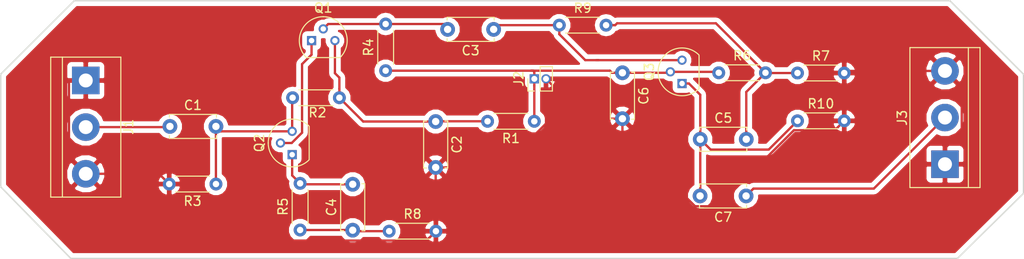
<source format=kicad_pcb>
(kicad_pcb (version 4) (host pcbnew 4.0.6)

  (general
    (links 38)
    (no_connects 0)
    (area 50.851999 100.2654 162.152401 128.624401)
    (thickness 1.6)
    (drawings 10)
    (tracks 111)
    (zones 0)
    (modules 23)
    (nets 14)
  )

  (page A4)
  (title_block
    (title "PCB projekts")
    (company VeA)
  )

  (layers
    (0 F.Cu signal)
    (31 B.Cu signal)
    (36 B.SilkS user)
    (37 F.SilkS user)
    (38 B.Mask user)
    (39 F.Mask user)
    (40 Dwgs.User user)
    (41 Cmts.User user)
    (42 Eco1.User user)
    (43 Eco2.User user)
    (44 Edge.Cuts user)
  )

  (setup
    (last_trace_width 0.25)
    (trace_clearance 0.2)
    (zone_clearance 0.508)
    (zone_45_only no)
    (trace_min 0.2)
    (segment_width 0.2)
    (edge_width 0.15)
    (via_size 0.6)
    (via_drill 0.4)
    (via_min_size 0.4)
    (via_min_drill 0.3)
    (uvia_size 0.3)
    (uvia_drill 0.1)
    (uvias_allowed no)
    (uvia_min_size 0.2)
    (uvia_min_drill 0.1)
    (pcb_text_width 0.3)
    (pcb_text_size 1.5 1.5)
    (mod_edge_width 0.15)
    (mod_text_size 1 1)
    (mod_text_width 0.15)
    (pad_size 1.524 1.524)
    (pad_drill 0.762)
    (pad_to_mask_clearance 0.2)
    (aux_axis_origin 0 0)
    (visible_elements 7FFFFFFF)
    (pcbplotparams
      (layerselection 0x010f0_80000001)
      (usegerberextensions false)
      (excludeedgelayer true)
      (linewidth 0.100000)
      (plotframeref false)
      (viasonmask false)
      (mode 1)
      (useauxorigin false)
      (hpglpennumber 1)
      (hpglpenspeed 20)
      (hpglpendiameter 15)
      (hpglpenoverlay 2)
      (psnegative false)
      (psa4output false)
      (plotreference true)
      (plotvalue false)
      (plotinvisibletext false)
      (padsonsilk false)
      (subtractmaskfromsilk false)
      (outputformat 1)
      (mirror false)
      (drillshape 0)
      (scaleselection 1)
      (outputdirectory ""))
  )

  (net 0 "")
  (net 1 "Net-(C1-Pad1)")
  (net 2 "Net-(C1-Pad2)")
  (net 3 "Net-(C2-Pad1)")
  (net 4 GND)
  (net 5 "Net-(C3-Pad1)")
  (net 6 "Net-(C3-Pad2)")
  (net 7 "Net-(C4-Pad1)")
  (net 8 "Net-(C4-Pad2)")
  (net 9 "Net-(C5-Pad1)")
  (net 10 VCC)
  (net 11 "Net-(C7-Pad1)")
  (net 12 "Net-(Q1-Pad1)")
  (net 13 "Net-(C5-Pad2)")

  (net_class Default "This is the default net class."
    (clearance 0.2)
    (trace_width 0.25)
    (via_dia 0.6)
    (via_drill 0.4)
    (uvia_dia 0.3)
    (uvia_drill 0.1)
    (add_net GND)
    (add_net "Net-(C1-Pad1)")
    (add_net "Net-(C1-Pad2)")
    (add_net "Net-(C2-Pad1)")
    (add_net "Net-(C3-Pad1)")
    (add_net "Net-(C3-Pad2)")
    (add_net "Net-(C4-Pad1)")
    (add_net "Net-(C4-Pad2)")
    (add_net "Net-(C5-Pad1)")
    (add_net "Net-(C5-Pad2)")
    (add_net "Net-(C7-Pad1)")
    (add_net "Net-(Q1-Pad1)")
    (add_net VCC)
  )

  (module Capacitors_THT:C_Disc_D5.0mm_W2.5mm_P5.00mm (layer F.Cu) (tedit 5920C254) (tstamp 59445125)
    (at 69.3166 114.1476)
    (descr "C, Disc series, Radial, pin pitch=5.00mm, , diameter*width=5*2.5mm^2, Capacitor, http://cdn-reichelt.de/documents/datenblatt/B300/DS_KERKO_TC.pdf")
    (tags "C Disc series Radial pin pitch 5.00mm  diameter 5mm width 2.5mm Capacitor")
    (path /59444158)
    (fp_text reference C1 (at 2.5 -2.31) (layer F.SilkS)
      (effects (font (size 1 1) (thickness 0.15)))
    )
    (fp_text value 100n (at 2.5 2.31) (layer F.Fab)
      (effects (font (size 1 1) (thickness 0.15)))
    )
    (fp_text user %R (at 2.667 -0.0762) (layer F.Fab)
      (effects (font (size 1 1) (thickness 0.15)))
    )
    (fp_line (start 0 -1.25) (end 0 1.25) (layer F.Fab) (width 0.1))
    (fp_line (start 0 1.25) (end 5 1.25) (layer F.Fab) (width 0.1))
    (fp_line (start 5 1.25) (end 5 -1.25) (layer F.Fab) (width 0.1))
    (fp_line (start 5 -1.25) (end 0 -1.25) (layer F.Fab) (width 0.1))
    (fp_line (start -0.06 -1.31) (end 5.06 -1.31) (layer F.SilkS) (width 0.12))
    (fp_line (start -0.06 1.31) (end 5.06 1.31) (layer F.SilkS) (width 0.12))
    (fp_line (start -0.06 -1.31) (end -0.06 -0.996) (layer F.SilkS) (width 0.12))
    (fp_line (start -0.06 0.996) (end -0.06 1.31) (layer F.SilkS) (width 0.12))
    (fp_line (start 5.06 -1.31) (end 5.06 -0.996) (layer F.SilkS) (width 0.12))
    (fp_line (start 5.06 0.996) (end 5.06 1.31) (layer F.SilkS) (width 0.12))
    (fp_line (start -1.05 -1.6) (end -1.05 1.6) (layer F.CrtYd) (width 0.05))
    (fp_line (start -1.05 1.6) (end 6.05 1.6) (layer F.CrtYd) (width 0.05))
    (fp_line (start 6.05 1.6) (end 6.05 -1.6) (layer F.CrtYd) (width 0.05))
    (fp_line (start 6.05 -1.6) (end -1.05 -1.6) (layer F.CrtYd) (width 0.05))
    (pad 1 thru_hole circle (at 0 0) (size 1.6 1.6) (drill 0.8) (layers *.Cu *.Mask)
      (net 1 "Net-(C1-Pad1)"))
    (pad 2 thru_hole circle (at 5 0) (size 1.6 1.6) (drill 0.8) (layers *.Cu *.Mask)
      (net 2 "Net-(C1-Pad2)"))
    (model ${KISYS3DMOD}/Capacitors_THT.3dshapes/C_Disc_D5.0mm_W2.5mm_P5.00mm.wrl
      (at (xyz 0 0 0))
      (scale (xyz 0.393701 0.393701 0.393701))
      (rotate (xyz 0 0 0))
    )
  )

  (module Capacitors_THT:C_Disc_D5.0mm_W2.5mm_P5.00mm (layer F.Cu) (tedit 5920C254) (tstamp 5944513A)
    (at 98.1964 113.6142 270)
    (descr "C, Disc series, Radial, pin pitch=5.00mm, , diameter*width=5*2.5mm^2, Capacitor, http://cdn-reichelt.de/documents/datenblatt/B300/DS_KERKO_TC.pdf")
    (tags "C Disc series Radial pin pitch 5.00mm  diameter 5mm width 2.5mm Capacitor")
    (path /5944442B)
    (fp_text reference C2 (at 2.5 -2.31 270) (layer F.SilkS)
      (effects (font (size 1 1) (thickness 0.15)))
    )
    (fp_text value 68p (at 2.5 2.31 270) (layer F.Fab)
      (effects (font (size 1 1) (thickness 0.15)))
    )
    (fp_text user %R (at 2.5 0 270) (layer F.Fab)
      (effects (font (size 1 1) (thickness 0.15)))
    )
    (fp_line (start 0 -1.25) (end 0 1.25) (layer F.Fab) (width 0.1))
    (fp_line (start 0 1.25) (end 5 1.25) (layer F.Fab) (width 0.1))
    (fp_line (start 5 1.25) (end 5 -1.25) (layer F.Fab) (width 0.1))
    (fp_line (start 5 -1.25) (end 0 -1.25) (layer F.Fab) (width 0.1))
    (fp_line (start -0.06 -1.31) (end 5.06 -1.31) (layer F.SilkS) (width 0.12))
    (fp_line (start -0.06 1.31) (end 5.06 1.31) (layer F.SilkS) (width 0.12))
    (fp_line (start -0.06 -1.31) (end -0.06 -0.996) (layer F.SilkS) (width 0.12))
    (fp_line (start -0.06 0.996) (end -0.06 1.31) (layer F.SilkS) (width 0.12))
    (fp_line (start 5.06 -1.31) (end 5.06 -0.996) (layer F.SilkS) (width 0.12))
    (fp_line (start 5.06 0.996) (end 5.06 1.31) (layer F.SilkS) (width 0.12))
    (fp_line (start -1.05 -1.6) (end -1.05 1.6) (layer F.CrtYd) (width 0.05))
    (fp_line (start -1.05 1.6) (end 6.05 1.6) (layer F.CrtYd) (width 0.05))
    (fp_line (start 6.05 1.6) (end 6.05 -1.6) (layer F.CrtYd) (width 0.05))
    (fp_line (start 6.05 -1.6) (end -1.05 -1.6) (layer F.CrtYd) (width 0.05))
    (pad 1 thru_hole circle (at 0 0 270) (size 1.6 1.6) (drill 0.8) (layers *.Cu *.Mask)
      (net 3 "Net-(C2-Pad1)"))
    (pad 2 thru_hole circle (at 5 0 270) (size 1.6 1.6) (drill 0.8) (layers *.Cu *.Mask)
      (net 4 GND))
    (model ${KISYS3DMOD}/Capacitors_THT.3dshapes/C_Disc_D5.0mm_W2.5mm_P5.00mm.wrl
      (at (xyz 0 0 0))
      (scale (xyz 0.393701 0.393701 0.393701))
      (rotate (xyz 0 0 0))
    )
  )

  (module Capacitors_THT:C_Disc_D5.0mm_W2.5mm_P5.00mm (layer F.Cu) (tedit 5920C254) (tstamp 5944514F)
    (at 104.4956 103.5812 180)
    (descr "C, Disc series, Radial, pin pitch=5.00mm, , diameter*width=5*2.5mm^2, Capacitor, http://cdn-reichelt.de/documents/datenblatt/B300/DS_KERKO_TC.pdf")
    (tags "C Disc series Radial pin pitch 5.00mm  diameter 5mm width 2.5mm Capacitor")
    (path /59444A1D)
    (fp_text reference C3 (at 2.5 -2.31 180) (layer F.SilkS)
      (effects (font (size 1 1) (thickness 0.15)))
    )
    (fp_text value 1n (at 2.5 2.31 180) (layer F.Fab)
      (effects (font (size 1 1) (thickness 0.15)))
    )
    (fp_text user %R (at 2.4638 0.0762 180) (layer F.Fab)
      (effects (font (size 1 1) (thickness 0.15)))
    )
    (fp_line (start 0 -1.25) (end 0 1.25) (layer F.Fab) (width 0.1))
    (fp_line (start 0 1.25) (end 5 1.25) (layer F.Fab) (width 0.1))
    (fp_line (start 5 1.25) (end 5 -1.25) (layer F.Fab) (width 0.1))
    (fp_line (start 5 -1.25) (end 0 -1.25) (layer F.Fab) (width 0.1))
    (fp_line (start -0.06 -1.31) (end 5.06 -1.31) (layer F.SilkS) (width 0.12))
    (fp_line (start -0.06 1.31) (end 5.06 1.31) (layer F.SilkS) (width 0.12))
    (fp_line (start -0.06 -1.31) (end -0.06 -0.996) (layer F.SilkS) (width 0.12))
    (fp_line (start -0.06 0.996) (end -0.06 1.31) (layer F.SilkS) (width 0.12))
    (fp_line (start 5.06 -1.31) (end 5.06 -0.996) (layer F.SilkS) (width 0.12))
    (fp_line (start 5.06 0.996) (end 5.06 1.31) (layer F.SilkS) (width 0.12))
    (fp_line (start -1.05 -1.6) (end -1.05 1.6) (layer F.CrtYd) (width 0.05))
    (fp_line (start -1.05 1.6) (end 6.05 1.6) (layer F.CrtYd) (width 0.05))
    (fp_line (start 6.05 1.6) (end 6.05 -1.6) (layer F.CrtYd) (width 0.05))
    (fp_line (start 6.05 -1.6) (end -1.05 -1.6) (layer F.CrtYd) (width 0.05))
    (pad 1 thru_hole circle (at 0 0 180) (size 1.6 1.6) (drill 0.8) (layers *.Cu *.Mask)
      (net 5 "Net-(C3-Pad1)"))
    (pad 2 thru_hole circle (at 5 0 180) (size 1.6 1.6) (drill 0.8) (layers *.Cu *.Mask)
      (net 6 "Net-(C3-Pad2)"))
    (model ${KISYS3DMOD}/Capacitors_THT.3dshapes/C_Disc_D5.0mm_W2.5mm_P5.00mm.wrl
      (at (xyz 0 0 0))
      (scale (xyz 0.393701 0.393701 0.393701))
      (rotate (xyz 0 0 0))
    )
  )

  (module Capacitors_THT:C_Disc_D5.0mm_W2.5mm_P5.00mm (layer F.Cu) (tedit 5920C254) (tstamp 59445164)
    (at 89.1794 125.4468 90)
    (descr "C, Disc series, Radial, pin pitch=5.00mm, , diameter*width=5*2.5mm^2, Capacitor, http://cdn-reichelt.de/documents/datenblatt/B300/DS_KERKO_TC.pdf")
    (tags "C Disc series Radial pin pitch 5.00mm  diameter 5mm width 2.5mm Capacitor")
    (path /594448CC)
    (fp_text reference C4 (at 2.5 -2.31 90) (layer F.SilkS)
      (effects (font (size 1 1) (thickness 0.15)))
    )
    (fp_text value 330p (at 2.5 2.31 90) (layer F.Fab)
      (effects (font (size 1 1) (thickness 0.15)))
    )
    (fp_text user %R (at 2.5 0 90) (layer F.Fab)
      (effects (font (size 1 1) (thickness 0.15)))
    )
    (fp_line (start 0 -1.25) (end 0 1.25) (layer F.Fab) (width 0.1))
    (fp_line (start 0 1.25) (end 5 1.25) (layer F.Fab) (width 0.1))
    (fp_line (start 5 1.25) (end 5 -1.25) (layer F.Fab) (width 0.1))
    (fp_line (start 5 -1.25) (end 0 -1.25) (layer F.Fab) (width 0.1))
    (fp_line (start -0.06 -1.31) (end 5.06 -1.31) (layer F.SilkS) (width 0.12))
    (fp_line (start -0.06 1.31) (end 5.06 1.31) (layer F.SilkS) (width 0.12))
    (fp_line (start -0.06 -1.31) (end -0.06 -0.996) (layer F.SilkS) (width 0.12))
    (fp_line (start -0.06 0.996) (end -0.06 1.31) (layer F.SilkS) (width 0.12))
    (fp_line (start 5.06 -1.31) (end 5.06 -0.996) (layer F.SilkS) (width 0.12))
    (fp_line (start 5.06 0.996) (end 5.06 1.31) (layer F.SilkS) (width 0.12))
    (fp_line (start -1.05 -1.6) (end -1.05 1.6) (layer F.CrtYd) (width 0.05))
    (fp_line (start -1.05 1.6) (end 6.05 1.6) (layer F.CrtYd) (width 0.05))
    (fp_line (start 6.05 1.6) (end 6.05 -1.6) (layer F.CrtYd) (width 0.05))
    (fp_line (start 6.05 -1.6) (end -1.05 -1.6) (layer F.CrtYd) (width 0.05))
    (pad 1 thru_hole circle (at 0 0 90) (size 1.6 1.6) (drill 0.8) (layers *.Cu *.Mask)
      (net 7 "Net-(C4-Pad1)"))
    (pad 2 thru_hole circle (at 5 0 90) (size 1.6 1.6) (drill 0.8) (layers *.Cu *.Mask)
      (net 8 "Net-(C4-Pad2)"))
    (model ${KISYS3DMOD}/Capacitors_THT.3dshapes/C_Disc_D5.0mm_W2.5mm_P5.00mm.wrl
      (at (xyz 0 0 0))
      (scale (xyz 0.393701 0.393701 0.393701))
      (rotate (xyz 0 0 0))
    )
  )

  (module Capacitors_THT:C_Disc_D5.0mm_W2.5mm_P5.00mm (layer F.Cu) (tedit 5920C254) (tstamp 59445179)
    (at 126.9492 115.5446)
    (descr "C, Disc series, Radial, pin pitch=5.00mm, , diameter*width=5*2.5mm^2, Capacitor, http://cdn-reichelt.de/documents/datenblatt/B300/DS_KERKO_TC.pdf")
    (tags "C Disc series Radial pin pitch 5.00mm  diameter 5mm width 2.5mm Capacitor")
    (path /59445721)
    (fp_text reference C5 (at 2.5 -2.31) (layer F.SilkS)
      (effects (font (size 1 1) (thickness 0.15)))
    )
    (fp_text value 330p (at 2.5 2.31) (layer F.Fab)
      (effects (font (size 1 1) (thickness 0.15)))
    )
    (fp_text user %R (at 2.4638 0 90) (layer F.Fab)
      (effects (font (size 1 1) (thickness 0.15)))
    )
    (fp_line (start 0 -1.25) (end 0 1.25) (layer F.Fab) (width 0.1))
    (fp_line (start 0 1.25) (end 5 1.25) (layer F.Fab) (width 0.1))
    (fp_line (start 5 1.25) (end 5 -1.25) (layer F.Fab) (width 0.1))
    (fp_line (start 5 -1.25) (end 0 -1.25) (layer F.Fab) (width 0.1))
    (fp_line (start -0.06 -1.31) (end 5.06 -1.31) (layer F.SilkS) (width 0.12))
    (fp_line (start -0.06 1.31) (end 5.06 1.31) (layer F.SilkS) (width 0.12))
    (fp_line (start -0.06 -1.31) (end -0.06 -0.996) (layer F.SilkS) (width 0.12))
    (fp_line (start -0.06 0.996) (end -0.06 1.31) (layer F.SilkS) (width 0.12))
    (fp_line (start 5.06 -1.31) (end 5.06 -0.996) (layer F.SilkS) (width 0.12))
    (fp_line (start 5.06 0.996) (end 5.06 1.31) (layer F.SilkS) (width 0.12))
    (fp_line (start -1.05 -1.6) (end -1.05 1.6) (layer F.CrtYd) (width 0.05))
    (fp_line (start -1.05 1.6) (end 6.05 1.6) (layer F.CrtYd) (width 0.05))
    (fp_line (start 6.05 1.6) (end 6.05 -1.6) (layer F.CrtYd) (width 0.05))
    (fp_line (start 6.05 -1.6) (end -1.05 -1.6) (layer F.CrtYd) (width 0.05))
    (pad 1 thru_hole circle (at 0 0) (size 1.6 1.6) (drill 0.8) (layers *.Cu *.Mask)
      (net 9 "Net-(C5-Pad1)"))
    (pad 2 thru_hole circle (at 5 0) (size 1.6 1.6) (drill 0.8) (layers *.Cu *.Mask)
      (net 13 "Net-(C5-Pad2)"))
    (model ${KISYS3DMOD}/Capacitors_THT.3dshapes/C_Disc_D5.0mm_W2.5mm_P5.00mm.wrl
      (at (xyz 0 0 0))
      (scale (xyz 0.393701 0.393701 0.393701))
      (rotate (xyz 0 0 0))
    )
  )

  (module Capacitors_THT:C_Disc_D5.0mm_W2.5mm_P5.00mm (layer F.Cu) (tedit 5920C254) (tstamp 5944518E)
    (at 118.491 108.3056 270)
    (descr "C, Disc series, Radial, pin pitch=5.00mm, , diameter*width=5*2.5mm^2, Capacitor, http://cdn-reichelt.de/documents/datenblatt/B300/DS_KERKO_TC.pdf")
    (tags "C Disc series Radial pin pitch 5.00mm  diameter 5mm width 2.5mm Capacitor")
    (path /59445D52)
    (fp_text reference C6 (at 2.5 -2.31 270) (layer F.SilkS)
      (effects (font (size 1 1) (thickness 0.15)))
    )
    (fp_text value 100n (at 2.5 2.31 270) (layer F.Fab)
      (effects (font (size 1 1) (thickness 0.15)))
    )
    (fp_text user %R (at 2.4854 0 270) (layer F.Fab)
      (effects (font (size 1 1) (thickness 0.15)))
    )
    (fp_line (start 0 -1.25) (end 0 1.25) (layer F.Fab) (width 0.1))
    (fp_line (start 0 1.25) (end 5 1.25) (layer F.Fab) (width 0.1))
    (fp_line (start 5 1.25) (end 5 -1.25) (layer F.Fab) (width 0.1))
    (fp_line (start 5 -1.25) (end 0 -1.25) (layer F.Fab) (width 0.1))
    (fp_line (start -0.06 -1.31) (end 5.06 -1.31) (layer F.SilkS) (width 0.12))
    (fp_line (start -0.06 1.31) (end 5.06 1.31) (layer F.SilkS) (width 0.12))
    (fp_line (start -0.06 -1.31) (end -0.06 -0.996) (layer F.SilkS) (width 0.12))
    (fp_line (start -0.06 0.996) (end -0.06 1.31) (layer F.SilkS) (width 0.12))
    (fp_line (start 5.06 -1.31) (end 5.06 -0.996) (layer F.SilkS) (width 0.12))
    (fp_line (start 5.06 0.996) (end 5.06 1.31) (layer F.SilkS) (width 0.12))
    (fp_line (start -1.05 -1.6) (end -1.05 1.6) (layer F.CrtYd) (width 0.05))
    (fp_line (start -1.05 1.6) (end 6.05 1.6) (layer F.CrtYd) (width 0.05))
    (fp_line (start 6.05 1.6) (end 6.05 -1.6) (layer F.CrtYd) (width 0.05))
    (fp_line (start 6.05 -1.6) (end -1.05 -1.6) (layer F.CrtYd) (width 0.05))
    (pad 1 thru_hole circle (at 0 0 270) (size 1.6 1.6) (drill 0.8) (layers *.Cu *.Mask)
      (net 10 VCC))
    (pad 2 thru_hole circle (at 5 0 270) (size 1.6 1.6) (drill 0.8) (layers *.Cu *.Mask)
      (net 4 GND))
    (model ${KISYS3DMOD}/Capacitors_THT.3dshapes/C_Disc_D5.0mm_W2.5mm_P5.00mm.wrl
      (at (xyz 0 0 0))
      (scale (xyz 0.393701 0.393701 0.393701))
      (rotate (xyz 0 0 0))
    )
  )

  (module Capacitors_THT:C_Disc_D5.0mm_W2.5mm_P5.00mm (layer F.Cu) (tedit 5920C254) (tstamp 594451A3)
    (at 131.9276 121.7168 180)
    (descr "C, Disc series, Radial, pin pitch=5.00mm, , diameter*width=5*2.5mm^2, Capacitor, http://cdn-reichelt.de/documents/datenblatt/B300/DS_KERKO_TC.pdf")
    (tags "C Disc series Radial pin pitch 5.00mm  diameter 5mm width 2.5mm Capacitor")
    (path /59445DC5)
    (fp_text reference C7 (at 2.5 -2.31 180) (layer F.SilkS)
      (effects (font (size 1 1) (thickness 0.15)))
    )
    (fp_text value 100n (at 2.5 2.31 180) (layer F.Fab)
      (effects (font (size 1 1) (thickness 0.15)))
    )
    (fp_text user %R (at 2.5 0 180) (layer F.Fab)
      (effects (font (size 1 1) (thickness 0.15)))
    )
    (fp_line (start 0 -1.25) (end 0 1.25) (layer F.Fab) (width 0.1))
    (fp_line (start 0 1.25) (end 5 1.25) (layer F.Fab) (width 0.1))
    (fp_line (start 5 1.25) (end 5 -1.25) (layer F.Fab) (width 0.1))
    (fp_line (start 5 -1.25) (end 0 -1.25) (layer F.Fab) (width 0.1))
    (fp_line (start -0.06 -1.31) (end 5.06 -1.31) (layer F.SilkS) (width 0.12))
    (fp_line (start -0.06 1.31) (end 5.06 1.31) (layer F.SilkS) (width 0.12))
    (fp_line (start -0.06 -1.31) (end -0.06 -0.996) (layer F.SilkS) (width 0.12))
    (fp_line (start -0.06 0.996) (end -0.06 1.31) (layer F.SilkS) (width 0.12))
    (fp_line (start 5.06 -1.31) (end 5.06 -0.996) (layer F.SilkS) (width 0.12))
    (fp_line (start 5.06 0.996) (end 5.06 1.31) (layer F.SilkS) (width 0.12))
    (fp_line (start -1.05 -1.6) (end -1.05 1.6) (layer F.CrtYd) (width 0.05))
    (fp_line (start -1.05 1.6) (end 6.05 1.6) (layer F.CrtYd) (width 0.05))
    (fp_line (start 6.05 1.6) (end 6.05 -1.6) (layer F.CrtYd) (width 0.05))
    (fp_line (start 6.05 -1.6) (end -1.05 -1.6) (layer F.CrtYd) (width 0.05))
    (pad 1 thru_hole circle (at 0 0 180) (size 1.6 1.6) (drill 0.8) (layers *.Cu *.Mask)
      (net 11 "Net-(C7-Pad1)"))
    (pad 2 thru_hole circle (at 5 0 180) (size 1.6 1.6) (drill 0.8) (layers *.Cu *.Mask)
      (net 9 "Net-(C5-Pad1)"))
    (model ${KISYS3DMOD}/Capacitors_THT.3dshapes/C_Disc_D5.0mm_W2.5mm_P5.00mm.wrl
      (at (xyz 0 0 0))
      (scale (xyz 0.393701 0.393701 0.393701))
      (rotate (xyz 0 0 0))
    )
  )

  (module Connectors:bornier3 (layer F.Cu) (tedit 587FD5F2) (tstamp 594451B8)
    (at 60.1726 109.1438 270)
    (descr "Bornier d'alimentation 3 pins")
    (tags DEV)
    (path /594491B2)
    (fp_text reference J1 (at 5.05 -4.65 270) (layer F.SilkS)
      (effects (font (size 1 1) (thickness 0.15)))
    )
    (fp_text value Screw_Terminal_1x03 (at 5.08 5.08 270) (layer F.Fab)
      (effects (font (size 1 1) (thickness 0.15)))
    )
    (fp_line (start -2.47 2.55) (end 12.63 2.55) (layer F.Fab) (width 0.1))
    (fp_line (start -2.47 -3.75) (end 12.63 -3.75) (layer F.Fab) (width 0.1))
    (fp_line (start 12.63 -3.75) (end 12.63 3.75) (layer F.Fab) (width 0.1))
    (fp_line (start 12.63 3.75) (end -2.47 3.75) (layer F.Fab) (width 0.1))
    (fp_line (start -2.47 3.75) (end -2.47 -3.75) (layer F.Fab) (width 0.1))
    (fp_line (start -2.54 3.81) (end -2.54 -3.81) (layer F.SilkS) (width 0.12))
    (fp_line (start 12.7 3.81) (end 12.7 -3.81) (layer F.SilkS) (width 0.12))
    (fp_line (start -2.54 2.54) (end 12.7 2.54) (layer F.SilkS) (width 0.12))
    (fp_line (start -2.54 -3.81) (end 12.7 -3.81) (layer F.SilkS) (width 0.12))
    (fp_line (start -2.54 3.81) (end 12.7 3.81) (layer F.SilkS) (width 0.12))
    (fp_line (start -2.72 -4) (end 12.88 -4) (layer F.CrtYd) (width 0.05))
    (fp_line (start -2.72 -4) (end -2.72 4) (layer F.CrtYd) (width 0.05))
    (fp_line (start 12.88 4) (end 12.88 -4) (layer F.CrtYd) (width 0.05))
    (fp_line (start 12.88 4) (end -2.72 4) (layer F.CrtYd) (width 0.05))
    (pad 1 thru_hole rect (at 0 0 270) (size 3 3) (drill 1.52) (layers *.Cu *.Mask)
      (net 4 GND))
    (pad 2 thru_hole circle (at 5.08 0 270) (size 3 3) (drill 1.52) (layers *.Cu *.Mask)
      (net 1 "Net-(C1-Pad1)"))
    (pad 3 thru_hole circle (at 10.16 0 270) (size 3 3) (drill 1.52) (layers *.Cu *.Mask)
      (net 4 GND))
    (model Connectors.3dshapes/bornier3.wrl
      (at (xyz 0 0 0))
      (scale (xyz 1 1 1))
      (rotate (xyz 0 0 0))
    )
  )

  (module Pin_Headers:Pin_Header_Straight_1x02_Pitch1.27mm (layer F.Cu) (tedit 58CD4ED0) (tstamp 594451CD)
    (at 108.9152 108.966 90)
    (descr "Through hole straight pin header, 1x02, 1.27mm pitch, single row")
    (tags "Through hole pin header THT 1x02 1.27mm single row")
    (path /59446BA1)
    (fp_text reference J2 (at 0 -1.695 90) (layer F.SilkS)
      (effects (font (size 1 1) (thickness 0.15)))
    )
    (fp_text value CONN_01X02 (at 0 2.965 90) (layer F.Fab)
      (effects (font (size 1 1) (thickness 0.15)))
    )
    (fp_line (start -1.27 -0.635) (end -1.27 1.905) (layer F.Fab) (width 0.1))
    (fp_line (start -1.27 1.905) (end 1.27 1.905) (layer F.Fab) (width 0.1))
    (fp_line (start 1.27 1.905) (end 1.27 -0.635) (layer F.Fab) (width 0.1))
    (fp_line (start 1.27 -0.635) (end -1.27 -0.635) (layer F.Fab) (width 0.1))
    (fp_line (start -1.33 0.635) (end -1.33 1.965) (layer F.SilkS) (width 0.12))
    (fp_line (start -1.33 1.965) (end 1.33 1.965) (layer F.SilkS) (width 0.12))
    (fp_line (start 1.33 1.965) (end 1.33 0.635) (layer F.SilkS) (width 0.12))
    (fp_line (start 1.33 0.635) (end -1.33 0.635) (layer F.SilkS) (width 0.12))
    (fp_line (start -1.33 0) (end -1.33 -0.695) (layer F.SilkS) (width 0.12))
    (fp_line (start -1.33 -0.695) (end 0 -0.695) (layer F.SilkS) (width 0.12))
    (fp_line (start -1.8 -1.15) (end -1.8 2.45) (layer F.CrtYd) (width 0.05))
    (fp_line (start -1.8 2.45) (end 1.8 2.45) (layer F.CrtYd) (width 0.05))
    (fp_line (start 1.8 2.45) (end 1.8 -1.15) (layer F.CrtYd) (width 0.05))
    (fp_line (start 1.8 -1.15) (end -1.8 -1.15) (layer F.CrtYd) (width 0.05))
    (fp_text user %R (at 0 -1.695 90) (layer F.Fab)
      (effects (font (size 1 1) (thickness 0.15)))
    )
    (pad 1 thru_hole rect (at 0 0 90) (size 1 1) (drill 0.65) (layers *.Cu *.Mask)
      (net 10 VCC))
    (pad 2 thru_hole oval (at 0 1.27 90) (size 1 1) (drill 0.65) (layers *.Cu *.Mask)
      (net 4 GND))
    (model ${KISYS3DMOD}/Pin_Headers.3dshapes/Pin_Header_Straight_1x02_Pitch1.27mm.wrl
      (at (xyz 0 0 0))
      (scale (xyz 1 1 1))
      (rotate (xyz 0 0 0))
    )
  )

  (module Connectors:bornier3 (layer F.Cu) (tedit 587FD5F2) (tstamp 594451E2)
    (at 153.543 118.2624 90)
    (descr "Bornier d'alimentation 3 pins")
    (tags DEV)
    (path /5944839C)
    (fp_text reference J3 (at 5.05 -4.65 90) (layer F.SilkS)
      (effects (font (size 1 1) (thickness 0.15)))
    )
    (fp_text value Screw_Terminal_1x03 (at 5.08 5.08 90) (layer F.Fab)
      (effects (font (size 1 1) (thickness 0.15)))
    )
    (fp_line (start -2.47 2.55) (end 12.63 2.55) (layer F.Fab) (width 0.1))
    (fp_line (start -2.47 -3.75) (end 12.63 -3.75) (layer F.Fab) (width 0.1))
    (fp_line (start 12.63 -3.75) (end 12.63 3.75) (layer F.Fab) (width 0.1))
    (fp_line (start 12.63 3.75) (end -2.47 3.75) (layer F.Fab) (width 0.1))
    (fp_line (start -2.47 3.75) (end -2.47 -3.75) (layer F.Fab) (width 0.1))
    (fp_line (start -2.54 3.81) (end -2.54 -3.81) (layer F.SilkS) (width 0.12))
    (fp_line (start 12.7 3.81) (end 12.7 -3.81) (layer F.SilkS) (width 0.12))
    (fp_line (start -2.54 2.54) (end 12.7 2.54) (layer F.SilkS) (width 0.12))
    (fp_line (start -2.54 -3.81) (end 12.7 -3.81) (layer F.SilkS) (width 0.12))
    (fp_line (start -2.54 3.81) (end 12.7 3.81) (layer F.SilkS) (width 0.12))
    (fp_line (start -2.72 -4) (end 12.88 -4) (layer F.CrtYd) (width 0.05))
    (fp_line (start -2.72 -4) (end -2.72 4) (layer F.CrtYd) (width 0.05))
    (fp_line (start 12.88 4) (end 12.88 -4) (layer F.CrtYd) (width 0.05))
    (fp_line (start 12.88 4) (end -2.72 4) (layer F.CrtYd) (width 0.05))
    (pad 1 thru_hole rect (at 0 0 90) (size 3 3) (drill 1.52) (layers *.Cu *.Mask)
      (net 4 GND))
    (pad 2 thru_hole circle (at 5.08 0 90) (size 3 3) (drill 1.52) (layers *.Cu *.Mask)
      (net 11 "Net-(C7-Pad1)"))
    (pad 3 thru_hole circle (at 10.16 0 90) (size 3 3) (drill 1.52) (layers *.Cu *.Mask)
      (net 4 GND))
    (model Connectors.3dshapes/bornier3.wrl
      (at (xyz 0 0 0))
      (scale (xyz 1 1 1))
      (rotate (xyz 0 0 0))
    )
  )

  (module TO_SOT_Packages_THT:TO-92_Molded_Narrow (layer F.Cu) (tedit 58CE52AF) (tstamp 594451F4)
    (at 84.709 104.8004)
    (descr "TO-92 leads molded, narrow, drill 0.6mm (see NXP sot054_po.pdf)")
    (tags "to-92 sc-43 sc-43a sot54 PA33 transistor")
    (path /594446C8)
    (fp_text reference Q1 (at 1.27 -3.56) (layer F.SilkS)
      (effects (font (size 1 1) (thickness 0.15)))
    )
    (fp_text value 2SC1815 (at 1.197857 3.4406) (layer F.Fab)
      (effects (font (size 1 1) (thickness 0.15)))
    )
    (fp_text user %R (at 1.27 -3.56) (layer F.Fab)
      (effects (font (size 1 1) (thickness 0.15)))
    )
    (fp_line (start -0.53 1.85) (end 3.07 1.85) (layer F.SilkS) (width 0.12))
    (fp_line (start -0.5 1.75) (end 3 1.75) (layer F.Fab) (width 0.1))
    (fp_line (start -1.46 -2.73) (end 4 -2.73) (layer F.CrtYd) (width 0.05))
    (fp_line (start -1.46 -2.73) (end -1.46 2.01) (layer F.CrtYd) (width 0.05))
    (fp_line (start 4 2.01) (end 4 -2.73) (layer F.CrtYd) (width 0.05))
    (fp_line (start 4 2.01) (end -1.46 2.01) (layer F.CrtYd) (width 0.05))
    (fp_arc (start 1.27 0) (end 1.27 -2.48) (angle 135) (layer F.Fab) (width 0.1))
    (fp_arc (start 1.27 0) (end 1.27 -2.6) (angle -135) (layer F.SilkS) (width 0.12))
    (fp_arc (start 1.27 0) (end 1.27 -2.48) (angle -135) (layer F.Fab) (width 0.1))
    (fp_arc (start 1.27 0) (end 1.27 -2.6) (angle 135) (layer F.SilkS) (width 0.12))
    (pad 2 thru_hole circle (at 1.27 -1.27 90) (size 1 1) (drill 0.6) (layers *.Cu *.Mask)
      (net 6 "Net-(C3-Pad2)"))
    (pad 3 thru_hole circle (at 2.54 0 90) (size 1 1) (drill 0.6) (layers *.Cu *.Mask)
      (net 3 "Net-(C2-Pad1)"))
    (pad 1 thru_hole rect (at 0 0 90) (size 1 1) (drill 0.6) (layers *.Cu *.Mask)
      (net 12 "Net-(Q1-Pad1)"))
    (model ${KISYS3DMOD}/TO_SOT_Packages_THT.3dshapes/TO-92_Molded_Narrow.wrl
      (at (xyz 0.05 0 0))
      (scale (xyz 1 1 1))
      (rotate (xyz 0 0 -90))
    )
  )

  (module TO_SOT_Packages_THT:TO-92_Molded_Narrow (layer F.Cu) (tedit 58CE52AF) (tstamp 59445206)
    (at 82.6008 117.221 90)
    (descr "TO-92 leads molded, narrow, drill 0.6mm (see NXP sot054_po.pdf)")
    (tags "to-92 sc-43 sc-43a sot54 PA33 transistor")
    (path /594445F7)
    (fp_text reference Q2 (at 1.27 -3.56 90) (layer F.SilkS)
      (effects (font (size 1 1) (thickness 0.15)))
    )
    (fp_text value 2SC1815 (at 1.27 2.79 90) (layer F.Fab)
      (effects (font (size 1 1) (thickness 0.15)))
    )
    (fp_text user %R (at 1.27 -3.56 90) (layer F.Fab)
      (effects (font (size 1 1) (thickness 0.15)))
    )
    (fp_line (start -0.53 1.85) (end 3.07 1.85) (layer F.SilkS) (width 0.12))
    (fp_line (start -0.5 1.75) (end 3 1.75) (layer F.Fab) (width 0.1))
    (fp_line (start -1.46 -2.73) (end 4 -2.73) (layer F.CrtYd) (width 0.05))
    (fp_line (start -1.46 -2.73) (end -1.46 2.01) (layer F.CrtYd) (width 0.05))
    (fp_line (start 4 2.01) (end 4 -2.73) (layer F.CrtYd) (width 0.05))
    (fp_line (start 4 2.01) (end -1.46 2.01) (layer F.CrtYd) (width 0.05))
    (fp_arc (start 1.27 0) (end 1.27 -2.48) (angle 135) (layer F.Fab) (width 0.1))
    (fp_arc (start 1.27 0) (end 1.27 -2.6) (angle -135) (layer F.SilkS) (width 0.12))
    (fp_arc (start 1.27 0) (end 1.27 -2.48) (angle -135) (layer F.Fab) (width 0.1))
    (fp_arc (start 1.27 0) (end 1.27 -2.6) (angle 135) (layer F.SilkS) (width 0.12))
    (pad 2 thru_hole circle (at 1.27 -1.27 180) (size 1 1) (drill 0.6) (layers *.Cu *.Mask)
      (net 12 "Net-(Q1-Pad1)"))
    (pad 3 thru_hole circle (at 2.54 0 180) (size 1 1) (drill 0.6) (layers *.Cu *.Mask)
      (net 2 "Net-(C1-Pad2)"))
    (pad 1 thru_hole rect (at 0 0 180) (size 1 1) (drill 0.6) (layers *.Cu *.Mask)
      (net 8 "Net-(C4-Pad2)"))
    (model ${KISYS3DMOD}/TO_SOT_Packages_THT.3dshapes/TO-92_Molded_Narrow.wrl
      (at (xyz 0.05 0 0))
      (scale (xyz 1 1 1))
      (rotate (xyz 0 0 -90))
    )
  )

  (module TO_SOT_Packages_THT:TO-92_Molded_Narrow (layer F.Cu) (tedit 58CE52AF) (tstamp 59445218)
    (at 124.968 109.474 90)
    (descr "TO-92 leads molded, narrow, drill 0.6mm (see NXP sot054_po.pdf)")
    (tags "to-92 sc-43 sc-43a sot54 PA33 transistor")
    (path /5944576E)
    (fp_text reference Q3 (at 1.27 -3.56 90) (layer F.SilkS)
      (effects (font (size 1 1) (thickness 0.15)))
    )
    (fp_text value 2SC1815 (at 1.27 2.79 90) (layer F.Fab)
      (effects (font (size 1 1) (thickness 0.15)))
    )
    (fp_text user %R (at 1.27 -3.56 90) (layer F.Fab)
      (effects (font (size 1 1) (thickness 0.15)))
    )
    (fp_line (start -0.53 1.85) (end 3.07 1.85) (layer F.SilkS) (width 0.12))
    (fp_line (start -0.5 1.75) (end 3 1.75) (layer F.Fab) (width 0.1))
    (fp_line (start -1.46 -2.73) (end 4 -2.73) (layer F.CrtYd) (width 0.05))
    (fp_line (start -1.46 -2.73) (end -1.46 2.01) (layer F.CrtYd) (width 0.05))
    (fp_line (start 4 2.01) (end 4 -2.73) (layer F.CrtYd) (width 0.05))
    (fp_line (start 4 2.01) (end -1.46 2.01) (layer F.CrtYd) (width 0.05))
    (fp_arc (start 1.27 0) (end 1.27 -2.48) (angle 135) (layer F.Fab) (width 0.1))
    (fp_arc (start 1.27 0) (end 1.27 -2.6) (angle -135) (layer F.SilkS) (width 0.12))
    (fp_arc (start 1.27 0) (end 1.27 -2.48) (angle -135) (layer F.Fab) (width 0.1))
    (fp_arc (start 1.27 0) (end 1.27 -2.6) (angle 135) (layer F.SilkS) (width 0.12))
    (pad 2 thru_hole circle (at 1.27 -1.27 180) (size 1 1) (drill 0.6) (layers *.Cu *.Mask)
      (net 10 VCC))
    (pad 3 thru_hole circle (at 2.54 0 180) (size 1 1) (drill 0.6) (layers *.Cu *.Mask)
      (net 5 "Net-(C3-Pad1)"))
    (pad 1 thru_hole rect (at 0 0 180) (size 1 1) (drill 0.6) (layers *.Cu *.Mask)
      (net 9 "Net-(C5-Pad1)"))
    (model ${KISYS3DMOD}/TO_SOT_Packages_THT.3dshapes/TO-92_Molded_Narrow.wrl
      (at (xyz 0.05 0 0))
      (scale (xyz 1 1 1))
      (rotate (xyz 0 0 -90))
    )
  )

  (module Resistors_THT:R_Axial_DIN0204_L3.6mm_D1.6mm_P5.08mm_Horizontal (layer F.Cu) (tedit 5874F706) (tstamp 5944522A)
    (at 108.9152 113.5888 180)
    (descr "Resistor, Axial_DIN0204 series, Axial, Horizontal, pin pitch=5.08mm, 0.16666666666666666W = 1/6W, length*diameter=3.6*1.6mm^2, http://cdn-reichelt.de/documents/datenblatt/B400/1_4W%23YAG.pdf")
    (tags "Resistor Axial_DIN0204 series Axial Horizontal pin pitch 5.08mm 0.16666666666666666W = 1/6W length 3.6mm diameter 1.6mm")
    (path /594444C8)
    (fp_text reference R1 (at 2.54 -1.86 180) (layer F.SilkS)
      (effects (font (size 1 1) (thickness 0.15)))
    )
    (fp_text value 100k (at 2.54 1.86 180) (layer F.Fab)
      (effects (font (size 1 1) (thickness 0.15)))
    )
    (fp_line (start 0.74 -0.8) (end 0.74 0.8) (layer F.Fab) (width 0.1))
    (fp_line (start 0.74 0.8) (end 4.34 0.8) (layer F.Fab) (width 0.1))
    (fp_line (start 4.34 0.8) (end 4.34 -0.8) (layer F.Fab) (width 0.1))
    (fp_line (start 4.34 -0.8) (end 0.74 -0.8) (layer F.Fab) (width 0.1))
    (fp_line (start 0 0) (end 0.74 0) (layer F.Fab) (width 0.1))
    (fp_line (start 5.08 0) (end 4.34 0) (layer F.Fab) (width 0.1))
    (fp_line (start 0.68 -0.86) (end 4.4 -0.86) (layer F.SilkS) (width 0.12))
    (fp_line (start 0.68 0.86) (end 4.4 0.86) (layer F.SilkS) (width 0.12))
    (fp_line (start -0.95 -1.15) (end -0.95 1.15) (layer F.CrtYd) (width 0.05))
    (fp_line (start -0.95 1.15) (end 6.05 1.15) (layer F.CrtYd) (width 0.05))
    (fp_line (start 6.05 1.15) (end 6.05 -1.15) (layer F.CrtYd) (width 0.05))
    (fp_line (start 6.05 -1.15) (end -0.95 -1.15) (layer F.CrtYd) (width 0.05))
    (pad 1 thru_hole circle (at 0 0 180) (size 1.4 1.4) (drill 0.7) (layers *.Cu *.Mask)
      (net 10 VCC))
    (pad 2 thru_hole oval (at 5.08 0 180) (size 1.4 1.4) (drill 0.7) (layers *.Cu *.Mask)
      (net 3 "Net-(C2-Pad1)"))
    (model Resistors_THT.3dshapes/R_Axial_DIN0204_L3.6mm_D1.6mm_P5.08mm_Horizontal.wrl
      (at (xyz 0 0 0))
      (scale (xyz 0.393701 0.393701 0.393701))
      (rotate (xyz 0 0 0))
    )
  )

  (module Resistors_THT:R_Axial_DIN0204_L3.6mm_D1.6mm_P5.08mm_Horizontal (layer F.Cu) (tedit 5874F706) (tstamp 5944523C)
    (at 87.7316 111.0234 180)
    (descr "Resistor, Axial_DIN0204 series, Axial, Horizontal, pin pitch=5.08mm, 0.16666666666666666W = 1/6W, length*diameter=3.6*1.6mm^2, http://cdn-reichelt.de/documents/datenblatt/B400/1_4W%23YAG.pdf")
    (tags "Resistor Axial_DIN0204 series Axial Horizontal pin pitch 5.08mm 0.16666666666666666W = 1/6W length 3.6mm diameter 1.6mm")
    (path /5944430E)
    (fp_text reference R2 (at 2.383599 -1.6236 180) (layer F.SilkS)
      (effects (font (size 1 1) (thickness 0.15)))
    )
    (fp_text value 10k (at 2.54 1.86 180) (layer F.Fab)
      (effects (font (size 1 1) (thickness 0.15)))
    )
    (fp_line (start 0.74 -0.8) (end 0.74 0.8) (layer F.Fab) (width 0.1))
    (fp_line (start 0.74 0.8) (end 4.34 0.8) (layer F.Fab) (width 0.1))
    (fp_line (start 4.34 0.8) (end 4.34 -0.8) (layer F.Fab) (width 0.1))
    (fp_line (start 4.34 -0.8) (end 0.74 -0.8) (layer F.Fab) (width 0.1))
    (fp_line (start 0 0) (end 0.74 0) (layer F.Fab) (width 0.1))
    (fp_line (start 5.08 0) (end 4.34 0) (layer F.Fab) (width 0.1))
    (fp_line (start 0.68 -0.86) (end 4.4 -0.86) (layer F.SilkS) (width 0.12))
    (fp_line (start 0.68 0.86) (end 4.4 0.86) (layer F.SilkS) (width 0.12))
    (fp_line (start -0.95 -1.15) (end -0.95 1.15) (layer F.CrtYd) (width 0.05))
    (fp_line (start -0.95 1.15) (end 6.05 1.15) (layer F.CrtYd) (width 0.05))
    (fp_line (start 6.05 1.15) (end 6.05 -1.15) (layer F.CrtYd) (width 0.05))
    (fp_line (start 6.05 -1.15) (end -0.95 -1.15) (layer F.CrtYd) (width 0.05))
    (pad 1 thru_hole circle (at 0 0 180) (size 1.4 1.4) (drill 0.7) (layers *.Cu *.Mask)
      (net 3 "Net-(C2-Pad1)"))
    (pad 2 thru_hole oval (at 5.08 0 180) (size 1.4 1.4) (drill 0.7) (layers *.Cu *.Mask)
      (net 2 "Net-(C1-Pad2)"))
    (model Resistors_THT.3dshapes/R_Axial_DIN0204_L3.6mm_D1.6mm_P5.08mm_Horizontal.wrl
      (at (xyz 0 0 0))
      (scale (xyz 0.393701 0.393701 0.393701))
      (rotate (xyz 0 0 0))
    )
  )

  (module Resistors_THT:R_Axial_DIN0204_L3.6mm_D1.6mm_P5.08mm_Horizontal (layer F.Cu) (tedit 5874F706) (tstamp 5944524E)
    (at 74.3204 120.4214 180)
    (descr "Resistor, Axial_DIN0204 series, Axial, Horizontal, pin pitch=5.08mm, 0.16666666666666666W = 1/6W, length*diameter=3.6*1.6mm^2, http://cdn-reichelt.de/documents/datenblatt/B400/1_4W%23YAG.pdf")
    (tags "Resistor Axial_DIN0204 series Axial Horizontal pin pitch 5.08mm 0.16666666666666666W = 1/6W length 3.6mm diameter 1.6mm")
    (path /594441C9)
    (fp_text reference R3 (at 2.54 -1.86 180) (layer F.SilkS)
      (effects (font (size 1 1) (thickness 0.15)))
    )
    (fp_text value 12k (at 2.54 1.86 180) (layer F.Fab)
      (effects (font (size 1 1) (thickness 0.15)))
    )
    (fp_line (start 0.74 -0.8) (end 0.74 0.8) (layer F.Fab) (width 0.1))
    (fp_line (start 0.74 0.8) (end 4.34 0.8) (layer F.Fab) (width 0.1))
    (fp_line (start 4.34 0.8) (end 4.34 -0.8) (layer F.Fab) (width 0.1))
    (fp_line (start 4.34 -0.8) (end 0.74 -0.8) (layer F.Fab) (width 0.1))
    (fp_line (start 0 0) (end 0.74 0) (layer F.Fab) (width 0.1))
    (fp_line (start 5.08 0) (end 4.34 0) (layer F.Fab) (width 0.1))
    (fp_line (start 0.68 -0.86) (end 4.4 -0.86) (layer F.SilkS) (width 0.12))
    (fp_line (start 0.68 0.86) (end 4.4 0.86) (layer F.SilkS) (width 0.12))
    (fp_line (start -0.95 -1.15) (end -0.95 1.15) (layer F.CrtYd) (width 0.05))
    (fp_line (start -0.95 1.15) (end 6.05 1.15) (layer F.CrtYd) (width 0.05))
    (fp_line (start 6.05 1.15) (end 6.05 -1.15) (layer F.CrtYd) (width 0.05))
    (fp_line (start 6.05 -1.15) (end -0.95 -1.15) (layer F.CrtYd) (width 0.05))
    (pad 1 thru_hole circle (at 0 0 180) (size 1.4 1.4) (drill 0.7) (layers *.Cu *.Mask)
      (net 2 "Net-(C1-Pad2)"))
    (pad 2 thru_hole oval (at 5.08 0 180) (size 1.4 1.4) (drill 0.7) (layers *.Cu *.Mask)
      (net 4 GND))
    (model Resistors_THT.3dshapes/R_Axial_DIN0204_L3.6mm_D1.6mm_P5.08mm_Horizontal.wrl
      (at (xyz 0 0 0))
      (scale (xyz 0.393701 0.393701 0.393701))
      (rotate (xyz 0 0 0))
    )
  )

  (module Resistors_THT:R_Axial_DIN0204_L3.6mm_D1.6mm_P5.08mm_Horizontal (layer F.Cu) (tedit 5874F706) (tstamp 59445260)
    (at 92.7608 108.077 90)
    (descr "Resistor, Axial_DIN0204 series, Axial, Horizontal, pin pitch=5.08mm, 0.16666666666666666W = 1/6W, length*diameter=3.6*1.6mm^2, http://cdn-reichelt.de/documents/datenblatt/B400/1_4W%23YAG.pdf")
    (tags "Resistor Axial_DIN0204 series Axial Horizontal pin pitch 5.08mm 0.16666666666666666W = 1/6W length 3.6mm diameter 1.6mm")
    (path /59444905)
    (fp_text reference R4 (at 2.54 -1.86 90) (layer F.SilkS)
      (effects (font (size 1 1) (thickness 0.15)))
    )
    (fp_text value 6k8 (at 2.54 1.86 90) (layer F.Fab)
      (effects (font (size 1 1) (thickness 0.15)))
    )
    (fp_line (start 0.74 -0.8) (end 0.74 0.8) (layer F.Fab) (width 0.1))
    (fp_line (start 0.74 0.8) (end 4.34 0.8) (layer F.Fab) (width 0.1))
    (fp_line (start 4.34 0.8) (end 4.34 -0.8) (layer F.Fab) (width 0.1))
    (fp_line (start 4.34 -0.8) (end 0.74 -0.8) (layer F.Fab) (width 0.1))
    (fp_line (start 0 0) (end 0.74 0) (layer F.Fab) (width 0.1))
    (fp_line (start 5.08 0) (end 4.34 0) (layer F.Fab) (width 0.1))
    (fp_line (start 0.68 -0.86) (end 4.4 -0.86) (layer F.SilkS) (width 0.12))
    (fp_line (start 0.68 0.86) (end 4.4 0.86) (layer F.SilkS) (width 0.12))
    (fp_line (start -0.95 -1.15) (end -0.95 1.15) (layer F.CrtYd) (width 0.05))
    (fp_line (start -0.95 1.15) (end 6.05 1.15) (layer F.CrtYd) (width 0.05))
    (fp_line (start 6.05 1.15) (end 6.05 -1.15) (layer F.CrtYd) (width 0.05))
    (fp_line (start 6.05 -1.15) (end -0.95 -1.15) (layer F.CrtYd) (width 0.05))
    (pad 1 thru_hole circle (at 0 0 90) (size 1.4 1.4) (drill 0.7) (layers *.Cu *.Mask)
      (net 10 VCC))
    (pad 2 thru_hole oval (at 5.08 0 90) (size 1.4 1.4) (drill 0.7) (layers *.Cu *.Mask)
      (net 6 "Net-(C3-Pad2)"))
    (model Resistors_THT.3dshapes/R_Axial_DIN0204_L3.6mm_D1.6mm_P5.08mm_Horizontal.wrl
      (at (xyz 0 0 0))
      (scale (xyz 0.393701 0.393701 0.393701))
      (rotate (xyz 0 0 0))
    )
  )

  (module Resistors_THT:R_Axial_DIN0204_L3.6mm_D1.6mm_P5.08mm_Horizontal (layer F.Cu) (tedit 5874F706) (tstamp 59445272)
    (at 83.4644 125.4252 90)
    (descr "Resistor, Axial_DIN0204 series, Axial, Horizontal, pin pitch=5.08mm, 0.16666666666666666W = 1/6W, length*diameter=3.6*1.6mm^2, http://cdn-reichelt.de/documents/datenblatt/B400/1_4W%23YAG.pdf")
    (tags "Resistor Axial_DIN0204 series Axial Horizontal pin pitch 5.08mm 0.16666666666666666W = 1/6W length 3.6mm diameter 1.6mm")
    (path /5944486B)
    (fp_text reference R5 (at 2.54 -1.86 90) (layer F.SilkS)
      (effects (font (size 1 1) (thickness 0.15)))
    )
    (fp_text value 560 (at 2.54 1.86 90) (layer F.Fab)
      (effects (font (size 1 1) (thickness 0.15)))
    )
    (fp_line (start 0.74 -0.8) (end 0.74 0.8) (layer F.Fab) (width 0.1))
    (fp_line (start 0.74 0.8) (end 4.34 0.8) (layer F.Fab) (width 0.1))
    (fp_line (start 4.34 0.8) (end 4.34 -0.8) (layer F.Fab) (width 0.1))
    (fp_line (start 4.34 -0.8) (end 0.74 -0.8) (layer F.Fab) (width 0.1))
    (fp_line (start 0 0) (end 0.74 0) (layer F.Fab) (width 0.1))
    (fp_line (start 5.08 0) (end 4.34 0) (layer F.Fab) (width 0.1))
    (fp_line (start 0.68 -0.86) (end 4.4 -0.86) (layer F.SilkS) (width 0.12))
    (fp_line (start 0.68 0.86) (end 4.4 0.86) (layer F.SilkS) (width 0.12))
    (fp_line (start -0.95 -1.15) (end -0.95 1.15) (layer F.CrtYd) (width 0.05))
    (fp_line (start -0.95 1.15) (end 6.05 1.15) (layer F.CrtYd) (width 0.05))
    (fp_line (start 6.05 1.15) (end 6.05 -1.15) (layer F.CrtYd) (width 0.05))
    (fp_line (start 6.05 -1.15) (end -0.95 -1.15) (layer F.CrtYd) (width 0.05))
    (pad 1 thru_hole circle (at 0 0 90) (size 1.4 1.4) (drill 0.7) (layers *.Cu *.Mask)
      (net 7 "Net-(C4-Pad1)"))
    (pad 2 thru_hole oval (at 5.08 0 90) (size 1.4 1.4) (drill 0.7) (layers *.Cu *.Mask)
      (net 8 "Net-(C4-Pad2)"))
    (model Resistors_THT.3dshapes/R_Axial_DIN0204_L3.6mm_D1.6mm_P5.08mm_Horizontal.wrl
      (at (xyz 0 0 0))
      (scale (xyz 0.393701 0.393701 0.393701))
      (rotate (xyz 0 0 0))
    )
  )

  (module Resistors_THT:R_Axial_DIN0204_L3.6mm_D1.6mm_P5.08mm_Horizontal (layer F.Cu) (tedit 5874F706) (tstamp 59445284)
    (at 128.9558 108.3056)
    (descr "Resistor, Axial_DIN0204 series, Axial, Horizontal, pin pitch=5.08mm, 0.16666666666666666W = 1/6W, length*diameter=3.6*1.6mm^2, http://cdn-reichelt.de/documents/datenblatt/B400/1_4W%23YAG.pdf")
    (tags "Resistor Axial_DIN0204 series Axial Horizontal pin pitch 5.08mm 0.16666666666666666W = 1/6W length 3.6mm diameter 1.6mm")
    (path /59444B3E)
    (fp_text reference R6 (at 2.54 -1.86) (layer F.SilkS)
      (effects (font (size 1 1) (thickness 0.15)))
    )
    (fp_text value 4k7 (at 2.54 1.86) (layer F.Fab)
      (effects (font (size 1 1) (thickness 0.15)))
    )
    (fp_line (start 0.74 -0.8) (end 0.74 0.8) (layer F.Fab) (width 0.1))
    (fp_line (start 0.74 0.8) (end 4.34 0.8) (layer F.Fab) (width 0.1))
    (fp_line (start 4.34 0.8) (end 4.34 -0.8) (layer F.Fab) (width 0.1))
    (fp_line (start 4.34 -0.8) (end 0.74 -0.8) (layer F.Fab) (width 0.1))
    (fp_line (start 0 0) (end 0.74 0) (layer F.Fab) (width 0.1))
    (fp_line (start 5.08 0) (end 4.34 0) (layer F.Fab) (width 0.1))
    (fp_line (start 0.68 -0.86) (end 4.4 -0.86) (layer F.SilkS) (width 0.12))
    (fp_line (start 0.68 0.86) (end 4.4 0.86) (layer F.SilkS) (width 0.12))
    (fp_line (start -0.95 -1.15) (end -0.95 1.15) (layer F.CrtYd) (width 0.05))
    (fp_line (start -0.95 1.15) (end 6.05 1.15) (layer F.CrtYd) (width 0.05))
    (fp_line (start 6.05 1.15) (end 6.05 -1.15) (layer F.CrtYd) (width 0.05))
    (fp_line (start 6.05 -1.15) (end -0.95 -1.15) (layer F.CrtYd) (width 0.05))
    (pad 1 thru_hole circle (at 0 0) (size 1.4 1.4) (drill 0.7) (layers *.Cu *.Mask)
      (net 10 VCC))
    (pad 2 thru_hole oval (at 5.08 0) (size 1.4 1.4) (drill 0.7) (layers *.Cu *.Mask)
      (net 13 "Net-(C5-Pad2)"))
    (model Resistors_THT.3dshapes/R_Axial_DIN0204_L3.6mm_D1.6mm_P5.08mm_Horizontal.wrl
      (at (xyz 0 0 0))
      (scale (xyz 0.393701 0.393701 0.393701))
      (rotate (xyz 0 0 0))
    )
  )

  (module Resistors_THT:R_Axial_DIN0204_L3.6mm_D1.6mm_P5.08mm_Horizontal (layer F.Cu) (tedit 5874F706) (tstamp 59445296)
    (at 137.5156 108.331)
    (descr "Resistor, Axial_DIN0204 series, Axial, Horizontal, pin pitch=5.08mm, 0.16666666666666666W = 1/6W, length*diameter=3.6*1.6mm^2, http://cdn-reichelt.de/documents/datenblatt/B400/1_4W%23YAG.pdf")
    (tags "Resistor Axial_DIN0204 series Axial Horizontal pin pitch 5.08mm 0.16666666666666666W = 1/6W length 3.6mm diameter 1.6mm")
    (path /59444AEF)
    (fp_text reference R7 (at 2.54 -1.86) (layer F.SilkS)
      (effects (font (size 1 1) (thickness 0.15)))
    )
    (fp_text value 2k2 (at 2.54 1.86) (layer F.Fab)
      (effects (font (size 1 1) (thickness 0.15)))
    )
    (fp_line (start 0.74 -0.8) (end 0.74 0.8) (layer F.Fab) (width 0.1))
    (fp_line (start 0.74 0.8) (end 4.34 0.8) (layer F.Fab) (width 0.1))
    (fp_line (start 4.34 0.8) (end 4.34 -0.8) (layer F.Fab) (width 0.1))
    (fp_line (start 4.34 -0.8) (end 0.74 -0.8) (layer F.Fab) (width 0.1))
    (fp_line (start 0 0) (end 0.74 0) (layer F.Fab) (width 0.1))
    (fp_line (start 5.08 0) (end 4.34 0) (layer F.Fab) (width 0.1))
    (fp_line (start 0.68 -0.86) (end 4.4 -0.86) (layer F.SilkS) (width 0.12))
    (fp_line (start 0.68 0.86) (end 4.4 0.86) (layer F.SilkS) (width 0.12))
    (fp_line (start -0.95 -1.15) (end -0.95 1.15) (layer F.CrtYd) (width 0.05))
    (fp_line (start -0.95 1.15) (end 6.05 1.15) (layer F.CrtYd) (width 0.05))
    (fp_line (start 6.05 1.15) (end 6.05 -1.15) (layer F.CrtYd) (width 0.05))
    (fp_line (start 6.05 -1.15) (end -0.95 -1.15) (layer F.CrtYd) (width 0.05))
    (pad 1 thru_hole circle (at 0 0) (size 1.4 1.4) (drill 0.7) (layers *.Cu *.Mask)
      (net 13 "Net-(C5-Pad2)"))
    (pad 2 thru_hole oval (at 5.08 0) (size 1.4 1.4) (drill 0.7) (layers *.Cu *.Mask)
      (net 4 GND))
    (model Resistors_THT.3dshapes/R_Axial_DIN0204_L3.6mm_D1.6mm_P5.08mm_Horizontal.wrl
      (at (xyz 0 0 0))
      (scale (xyz 0.393701 0.393701 0.393701))
      (rotate (xyz 0 0 0))
    )
  )

  (module Resistors_THT:R_Axial_DIN0204_L3.6mm_D1.6mm_P5.08mm_Horizontal (layer F.Cu) (tedit 5874F706) (tstamp 594452A8)
    (at 93.1418 125.5522)
    (descr "Resistor, Axial_DIN0204 series, Axial, Horizontal, pin pitch=5.08mm, 0.16666666666666666W = 1/6W, length*diameter=3.6*1.6mm^2, http://cdn-reichelt.de/documents/datenblatt/B400/1_4W%23YAG.pdf")
    (tags "Resistor Axial_DIN0204 series Axial Horizontal pin pitch 5.08mm 0.16666666666666666W = 1/6W length 3.6mm diameter 1.6mm")
    (path /59444A8A)
    (fp_text reference R8 (at 2.54 -1.86) (layer F.SilkS)
      (effects (font (size 1 1) (thickness 0.15)))
    )
    (fp_text value 68 (at 2.54 1.86) (layer F.Fab)
      (effects (font (size 1 1) (thickness 0.15)))
    )
    (fp_line (start 0.74 -0.8) (end 0.74 0.8) (layer F.Fab) (width 0.1))
    (fp_line (start 0.74 0.8) (end 4.34 0.8) (layer F.Fab) (width 0.1))
    (fp_line (start 4.34 0.8) (end 4.34 -0.8) (layer F.Fab) (width 0.1))
    (fp_line (start 4.34 -0.8) (end 0.74 -0.8) (layer F.Fab) (width 0.1))
    (fp_line (start 0 0) (end 0.74 0) (layer F.Fab) (width 0.1))
    (fp_line (start 5.08 0) (end 4.34 0) (layer F.Fab) (width 0.1))
    (fp_line (start 0.68 -0.86) (end 4.4 -0.86) (layer F.SilkS) (width 0.12))
    (fp_line (start 0.68 0.86) (end 4.4 0.86) (layer F.SilkS) (width 0.12))
    (fp_line (start -0.95 -1.15) (end -0.95 1.15) (layer F.CrtYd) (width 0.05))
    (fp_line (start -0.95 1.15) (end 6.05 1.15) (layer F.CrtYd) (width 0.05))
    (fp_line (start 6.05 1.15) (end 6.05 -1.15) (layer F.CrtYd) (width 0.05))
    (fp_line (start 6.05 -1.15) (end -0.95 -1.15) (layer F.CrtYd) (width 0.05))
    (pad 1 thru_hole circle (at 0 0) (size 1.4 1.4) (drill 0.7) (layers *.Cu *.Mask)
      (net 7 "Net-(C4-Pad1)"))
    (pad 2 thru_hole oval (at 5.08 0) (size 1.4 1.4) (drill 0.7) (layers *.Cu *.Mask)
      (net 4 GND))
    (model Resistors_THT.3dshapes/R_Axial_DIN0204_L3.6mm_D1.6mm_P5.08mm_Horizontal.wrl
      (at (xyz 0 0 0))
      (scale (xyz 0.393701 0.393701 0.393701))
      (rotate (xyz 0 0 0))
    )
  )

  (module Resistors_THT:R_Axial_DIN0204_L3.6mm_D1.6mm_P5.08mm_Horizontal (layer F.Cu) (tedit 5874F706) (tstamp 594452BA)
    (at 111.633 103.124)
    (descr "Resistor, Axial_DIN0204 series, Axial, Horizontal, pin pitch=5.08mm, 0.16666666666666666W = 1/6W, length*diameter=3.6*1.6mm^2, http://cdn-reichelt.de/documents/datenblatt/B400/1_4W%23YAG.pdf")
    (tags "Resistor Axial_DIN0204 series Axial Horizontal pin pitch 5.08mm 0.16666666666666666W = 1/6W length 3.6mm diameter 1.6mm")
    (path /594456E0)
    (fp_text reference R9 (at 2.54 -1.86) (layer F.SilkS)
      (effects (font (size 1 1) (thickness 0.15)))
    )
    (fp_text value 1k (at 2.54 1.86) (layer F.Fab)
      (effects (font (size 1 1) (thickness 0.15)))
    )
    (fp_line (start 0.74 -0.8) (end 0.74 0.8) (layer F.Fab) (width 0.1))
    (fp_line (start 0.74 0.8) (end 4.34 0.8) (layer F.Fab) (width 0.1))
    (fp_line (start 4.34 0.8) (end 4.34 -0.8) (layer F.Fab) (width 0.1))
    (fp_line (start 4.34 -0.8) (end 0.74 -0.8) (layer F.Fab) (width 0.1))
    (fp_line (start 0 0) (end 0.74 0) (layer F.Fab) (width 0.1))
    (fp_line (start 5.08 0) (end 4.34 0) (layer F.Fab) (width 0.1))
    (fp_line (start 0.68 -0.86) (end 4.4 -0.86) (layer F.SilkS) (width 0.12))
    (fp_line (start 0.68 0.86) (end 4.4 0.86) (layer F.SilkS) (width 0.12))
    (fp_line (start -0.95 -1.15) (end -0.95 1.15) (layer F.CrtYd) (width 0.05))
    (fp_line (start -0.95 1.15) (end 6.05 1.15) (layer F.CrtYd) (width 0.05))
    (fp_line (start 6.05 1.15) (end 6.05 -1.15) (layer F.CrtYd) (width 0.05))
    (fp_line (start 6.05 -1.15) (end -0.95 -1.15) (layer F.CrtYd) (width 0.05))
    (pad 1 thru_hole circle (at 0 0) (size 1.4 1.4) (drill 0.7) (layers *.Cu *.Mask)
      (net 5 "Net-(C3-Pad1)"))
    (pad 2 thru_hole oval (at 5.08 0) (size 1.4 1.4) (drill 0.7) (layers *.Cu *.Mask)
      (net 13 "Net-(C5-Pad2)"))
    (model Resistors_THT.3dshapes/R_Axial_DIN0204_L3.6mm_D1.6mm_P5.08mm_Horizontal.wrl
      (at (xyz 0 0 0))
      (scale (xyz 0.393701 0.393701 0.393701))
      (rotate (xyz 0 0 0))
    )
  )

  (module Resistors_THT:R_Axial_DIN0204_L3.6mm_D1.6mm_P5.08mm_Horizontal (layer F.Cu) (tedit 5874F706) (tstamp 594452CC)
    (at 137.5156 113.538)
    (descr "Resistor, Axial_DIN0204 series, Axial, Horizontal, pin pitch=5.08mm, 0.16666666666666666W = 1/6W, length*diameter=3.6*1.6mm^2, http://cdn-reichelt.de/documents/datenblatt/B400/1_4W%23YAG.pdf")
    (tags "Resistor Axial_DIN0204 series Axial Horizontal pin pitch 5.08mm 0.16666666666666666W = 1/6W length 3.6mm diameter 1.6mm")
    (path /59445B2B)
    (fp_text reference R10 (at 2.54 -1.86) (layer F.SilkS)
      (effects (font (size 1 1) (thickness 0.15)))
    )
    (fp_text value 270 (at 2.54 1.86) (layer F.Fab)
      (effects (font (size 1 1) (thickness 0.15)))
    )
    (fp_line (start 0.74 -0.8) (end 0.74 0.8) (layer F.Fab) (width 0.1))
    (fp_line (start 0.74 0.8) (end 4.34 0.8) (layer F.Fab) (width 0.1))
    (fp_line (start 4.34 0.8) (end 4.34 -0.8) (layer F.Fab) (width 0.1))
    (fp_line (start 4.34 -0.8) (end 0.74 -0.8) (layer F.Fab) (width 0.1))
    (fp_line (start 0 0) (end 0.74 0) (layer F.Fab) (width 0.1))
    (fp_line (start 5.08 0) (end 4.34 0) (layer F.Fab) (width 0.1))
    (fp_line (start 0.68 -0.86) (end 4.4 -0.86) (layer F.SilkS) (width 0.12))
    (fp_line (start 0.68 0.86) (end 4.4 0.86) (layer F.SilkS) (width 0.12))
    (fp_line (start -0.95 -1.15) (end -0.95 1.15) (layer F.CrtYd) (width 0.05))
    (fp_line (start -0.95 1.15) (end 6.05 1.15) (layer F.CrtYd) (width 0.05))
    (fp_line (start 6.05 1.15) (end 6.05 -1.15) (layer F.CrtYd) (width 0.05))
    (fp_line (start 6.05 -1.15) (end -0.95 -1.15) (layer F.CrtYd) (width 0.05))
    (pad 1 thru_hole circle (at 0 0) (size 1.4 1.4) (drill 0.7) (layers *.Cu *.Mask)
      (net 9 "Net-(C5-Pad1)"))
    (pad 2 thru_hole oval (at 5.08 0) (size 1.4 1.4) (drill 0.7) (layers *.Cu *.Mask)
      (net 4 GND))
    (model Resistors_THT.3dshapes/R_Axial_DIN0204_L3.6mm_D1.6mm_P5.08mm_Horizontal.wrl
      (at (xyz 0 0 0))
      (scale (xyz 0.393701 0.393701 0.393701))
      (rotate (xyz 0 0 0))
    )
  )

  (gr_line (start 154.8892 128.524) (end 154.8892 128.524) (layer Edge.Cuts) (width 0.15) (tstamp 59445E58))
  (gr_line (start 154.8638 128.524) (end 154.8892 128.524) (layer Edge.Cuts) (width 0.15))
  (gr_line (start 58.5216 128.524) (end 154.8638 128.524) (layer Edge.Cuts) (width 0.15))
  (gr_line (start 50.927 120.7262) (end 58.547 128.524) (layer Edge.Cuts) (width 0.15))
  (gr_line (start 50.927 108.458) (end 50.927 120.7262) (layer Edge.Cuts) (width 0.15))
  (gr_line (start 58.928 100.457) (end 50.927 108.458) (layer Edge.Cuts) (width 0.15))
  (gr_line (start 154.0764 100.457) (end 58.928 100.457) (layer Edge.Cuts) (width 0.15))
  (gr_line (start 162.0774 108.458) (end 154.0764 100.457) (layer Edge.Cuts) (width 0.15))
  (gr_line (start 162.0774 121.4374) (end 162.0774 108.458) (layer Edge.Cuts) (width 0.15))
  (gr_line (start 154.8638 128.5494) (end 162.0774 121.4374) (layer Edge.Cuts) (width 0.15))

  (segment (start 60.1726 114.2238) (end 69.2404 114.2238) (width 0.25) (layer F.Cu) (net 1))
  (segment (start 69.2404 114.2238) (end 69.3166 114.1476) (width 0.25) (layer F.Cu) (net 1))
  (segment (start 82.6008 114.681) (end 74.85 114.681) (width 0.25) (layer F.Cu) (net 2))
  (segment (start 74.85 114.681) (end 74.3166 114.1476) (width 0.25) (layer F.Cu) (net 2))
  (segment (start 82.6008 114.681) (end 82.6008 111.0742) (width 0.25) (layer F.Cu) (net 2))
  (segment (start 82.6008 111.0742) (end 82.6516 111.0234) (width 0.25) (layer F.Cu) (net 2))
  (segment (start 74.3166 114.1476) (end 74.3166 120.4176) (width 0.25) (layer F.Cu) (net 2))
  (segment (start 74.3166 120.4176) (end 74.3204 120.4214) (width 0.25) (layer F.Cu) (net 2))
  (segment (start 87.249 104.8004) (end 87.249 108.352306) (width 0.25) (layer F.Cu) (net 3))
  (segment (start 87.249 108.352306) (end 87.7316 108.834906) (width 0.25) (layer F.Cu) (net 3))
  (segment (start 98.1964 113.6142) (end 90.3224 113.6142) (width 0.25) (layer F.Cu) (net 3))
  (segment (start 90.3224 113.6142) (end 87.7316 111.0234) (width 0.25) (layer F.Cu) (net 3))
  (segment (start 103.8352 113.5888) (end 98.2218 113.5888) (width 0.25) (layer F.Cu) (net 3))
  (segment (start 98.2218 113.5888) (end 98.1964 113.6142) (width 0.25) (layer F.Cu) (net 3))
  (segment (start 87.7316 108.834906) (end 87.7316 110.033451) (width 0.25) (layer F.Cu) (net 3))
  (segment (start 87.7316 110.033451) (end 87.7316 111.0234) (width 0.25) (layer F.Cu) (net 3))
  (segment (start 60.1726 109.1438) (end 58.4226 109.1438) (width 0.25) (layer F.Cu) (net 4))
  (segment (start 58.672601 117.803801) (end 60.1726 119.3038) (width 0.25) (layer F.Cu) (net 4))
  (segment (start 58.4226 109.1438) (end 58.347599 109.218801) (width 0.25) (layer F.Cu) (net 4))
  (segment (start 58.347599 109.218801) (end 58.347599 117.478799) (width 0.25) (layer F.Cu) (net 4))
  (segment (start 58.347599 117.478799) (end 58.672601 117.803801) (width 0.25) (layer F.Cu) (net 4))
  (segment (start 118.491 113.3056) (end 118.491 114.945202) (width 0.25) (layer F.Cu) (net 4))
  (segment (start 118.491 114.945202) (end 126.387599 122.841801) (width 0.25) (layer F.Cu) (net 4))
  (segment (start 126.387599 122.841801) (end 128.848209 122.841801) (width 0.25) (layer F.Cu) (net 4))
  (segment (start 128.848209 122.841801) (end 137.127009 114.563001) (width 0.25) (layer F.Cu) (net 4))
  (segment (start 141.570599 114.563001) (end 141.895601 114.237999) (width 0.25) (layer F.Cu) (net 4))
  (segment (start 137.127009 114.563001) (end 141.570599 114.563001) (width 0.25) (layer F.Cu) (net 4))
  (segment (start 141.895601 114.237999) (end 142.5956 113.538) (width 0.25) (layer F.Cu) (net 4))
  (segment (start 142.5956 108.331) (end 142.5956 109.320949) (width 0.25) (layer F.Cu) (net 4))
  (segment (start 142.5956 109.320949) (end 142.5956 113.538) (width 0.25) (layer F.Cu) (net 4))
  (segment (start 153.543 118.2624) (end 153.543 116.5124) (width 0.25) (layer F.Cu) (net 4))
  (segment (start 153.543 116.5124) (end 155.368001 114.687399) (width 0.25) (layer F.Cu) (net 4))
  (segment (start 155.368001 114.687399) (end 155.368001 109.927401) (width 0.25) (layer F.Cu) (net 4))
  (segment (start 155.368001 109.927401) (end 155.042999 109.602399) (width 0.25) (layer F.Cu) (net 4))
  (segment (start 155.042999 109.602399) (end 153.543 108.1024) (width 0.25) (layer F.Cu) (net 4))
  (segment (start 153.543 108.1024) (end 142.8242 108.1024) (width 0.25) (layer F.Cu) (net 4))
  (segment (start 142.8242 108.1024) (end 142.5956 108.331) (width 0.25) (layer F.Cu) (net 4))
  (segment (start 69.2404 120.4214) (end 69.2404 121.411349) (width 0.25) (layer F.Cu) (net 4))
  (segment (start 97.196799 126.577201) (end 97.521801 126.252199) (width 0.25) (layer F.Cu) (net 4))
  (segment (start 69.2404 121.411349) (end 74.406252 126.577201) (width 0.25) (layer F.Cu) (net 4))
  (segment (start 74.406252 126.577201) (end 97.196799 126.577201) (width 0.25) (layer F.Cu) (net 4))
  (segment (start 97.521801 126.252199) (end 98.2218 125.5522) (width 0.25) (layer F.Cu) (net 4))
  (segment (start 98.1964 118.6142) (end 98.1964 125.5268) (width 0.25) (layer F.Cu) (net 4))
  (segment (start 98.1964 125.5268) (end 98.2218 125.5522) (width 0.25) (layer F.Cu) (net 4))
  (segment (start 110.1852 108.966) (end 110.1852 113.835802) (width 0.25) (layer F.Cu) (net 4))
  (segment (start 110.1852 113.835802) (end 105.406802 118.6142) (width 0.25) (layer F.Cu) (net 4))
  (segment (start 105.406802 118.6142) (end 99.32777 118.6142) (width 0.25) (layer F.Cu) (net 4))
  (segment (start 99.32777 118.6142) (end 98.1964 118.6142) (width 0.25) (layer F.Cu) (net 4))
  (segment (start 110.1852 108.966) (end 114.5248 113.3056) (width 0.25) (layer F.Cu) (net 4))
  (segment (start 114.5248 113.3056) (end 118.491 113.3056) (width 0.25) (layer F.Cu) (net 4))
  (segment (start 60.1726 119.3038) (end 68.1228 119.3038) (width 0.25) (layer F.Cu) (net 4))
  (segment (start 68.1228 119.3038) (end 69.2404 120.4214) (width 0.25) (layer F.Cu) (net 4))
  (segment (start 115.6462 106.934) (end 115.8748 106.934) (width 0.25) (layer F.Cu) (net 5))
  (segment (start 115.8748 106.934) (end 124.968 106.934) (width 0.25) (layer F.Cu) (net 5))
  (segment (start 111.633 103.124) (end 111.633 104.113949) (width 0.25) (layer F.Cu) (net 5))
  (segment (start 114.453051 106.934) (end 115.8748 106.934) (width 0.25) (layer F.Cu) (net 5))
  (segment (start 111.633 104.113949) (end 114.453051 106.934) (width 0.25) (layer F.Cu) (net 5))
  (segment (start 111.633 103.124) (end 104.9528 103.124) (width 0.25) (layer F.Cu) (net 5))
  (segment (start 104.9528 103.124) (end 104.4956 103.5812) (width 0.25) (layer F.Cu) (net 5))
  (segment (start 111.5568 102.997) (end 111.633 102.9208) (width 0.25) (layer F.Cu) (net 5))
  (segment (start 85.979 103.5304) (end 86.5124 102.997) (width 0.25) (layer F.Cu) (net 6))
  (segment (start 86.5124 102.997) (end 92.7608 102.997) (width 0.25) (layer F.Cu) (net 6))
  (segment (start 92.7608 102.997) (end 99.4664 102.997) (width 0.25) (layer F.Cu) (net 6))
  (segment (start 92.7354 103.0224) (end 92.7608 102.997) (width 0.25) (layer F.Cu) (net 6))
  (segment (start 83.4644 125.4252) (end 89.1578 125.4252) (width 0.25) (layer F.Cu) (net 7))
  (segment (start 89.1578 125.4252) (end 89.1794 125.4468) (width 0.25) (layer F.Cu) (net 7))
  (segment (start 93.1418 125.5522) (end 89.2848 125.5522) (width 0.25) (layer F.Cu) (net 7))
  (segment (start 89.2848 125.5522) (end 89.1794 125.4468) (width 0.25) (layer F.Cu) (net 7))
  (segment (start 82.6008 117.221) (end 82.6008 119.4816) (width 0.25) (layer F.Cu) (net 8))
  (segment (start 82.6008 119.4816) (end 83.4644 120.3452) (width 0.25) (layer F.Cu) (net 8))
  (segment (start 89.1794 120.4468) (end 83.566 120.4468) (width 0.25) (layer F.Cu) (net 8))
  (segment (start 83.566 120.4468) (end 83.4644 120.3452) (width 0.25) (layer F.Cu) (net 8))
  (segment (start 126.9492 115.5446) (end 128.074201 116.669601) (width 0.25) (layer F.Cu) (net 9))
  (segment (start 128.074201 116.669601) (end 134.383999 116.669601) (width 0.25) (layer F.Cu) (net 9))
  (segment (start 134.383999 116.669601) (end 136.815601 114.237999) (width 0.25) (layer F.Cu) (net 9))
  (segment (start 136.815601 114.237999) (end 137.5156 113.538) (width 0.25) (layer F.Cu) (net 9))
  (segment (start 126.9492 115.5446) (end 126.9492 121.6952) (width 0.25) (layer F.Cu) (net 9))
  (segment (start 126.9492 121.6952) (end 126.9276 121.7168) (width 0.25) (layer F.Cu) (net 9))
  (segment (start 126.9492 115.5446) (end 126.9492 110.7052) (width 0.25) (layer F.Cu) (net 9))
  (segment (start 126.9492 110.7052) (end 125.718 109.474) (width 0.25) (layer F.Cu) (net 9))
  (segment (start 125.718 109.474) (end 124.968 109.474) (width 0.25) (layer F.Cu) (net 9))
  (segment (start 92.7608 108.077) (end 108.585 108.077) (width 0.25) (layer F.Cu) (net 10))
  (segment (start 108.585 108.077) (end 108.7762 108.077) (width 0.25) (layer F.Cu) (net 10))
  (segment (start 118.491 108.3056) (end 117.35963 108.3056) (width 0.25) (layer F.Cu) (net 10))
  (segment (start 117.35963 108.3056) (end 117.13103 108.077) (width 0.25) (layer F.Cu) (net 10))
  (segment (start 117.13103 108.077) (end 108.585 108.077) (width 0.25) (layer F.Cu) (net 10))
  (segment (start 108.7762 108.077) (end 108.9152 108.216) (width 0.25) (layer F.Cu) (net 10))
  (segment (start 108.9152 108.216) (end 108.9152 108.966) (width 0.25) (layer F.Cu) (net 10))
  (segment (start 108.9152 108.966) (end 108.9152 109.716) (width 0.25) (layer F.Cu) (net 10))
  (segment (start 108.9152 109.716) (end 108.9152 113.5888) (width 0.25) (layer F.Cu) (net 10))
  (segment (start 123.698 108.204) (end 128.8542 108.204) (width 0.25) (layer F.Cu) (net 10))
  (segment (start 128.8542 108.204) (end 128.9558 108.3056) (width 0.25) (layer F.Cu) (net 10))
  (segment (start 118.491 108.3056) (end 123.5964 108.3056) (width 0.25) (layer F.Cu) (net 10))
  (segment (start 123.5964 108.3056) (end 123.698 108.204) (width 0.25) (layer F.Cu) (net 10))
  (segment (start 131.9276 121.7168) (end 132.727599 120.916801) (width 0.25) (layer F.Cu) (net 11))
  (segment (start 132.727599 120.916801) (end 145.808599 120.916801) (width 0.25) (layer F.Cu) (net 11))
  (segment (start 145.808599 120.916801) (end 152.043001 114.682399) (width 0.25) (layer F.Cu) (net 11))
  (segment (start 152.043001 114.682399) (end 153.543 113.1824) (width 0.25) (layer F.Cu) (net 11))
  (segment (start 81.3308 115.951) (end 82.551802 115.951) (width 0.25) (layer F.Cu) (net 12))
  (segment (start 82.551802 115.951) (end 83.676601 114.826201) (width 0.25) (layer F.Cu) (net 12))
  (segment (start 83.676601 114.826201) (end 83.676601 107.362801) (width 0.25) (layer F.Cu) (net 12))
  (segment (start 83.676601 107.362801) (end 84.709 106.330402) (width 0.25) (layer F.Cu) (net 12))
  (segment (start 84.709 106.330402) (end 84.709 104.8004) (width 0.25) (layer F.Cu) (net 12))
  (segment (start 137.5156 108.331) (end 134.0612 108.331) (width 0.25) (layer F.Cu) (net 13))
  (segment (start 134.0612 108.331) (end 134.0358 108.3056) (width 0.25) (layer F.Cu) (net 13))
  (segment (start 116.713 103.124) (end 117.702949 103.124) (width 0.25) (layer F.Cu) (net 13))
  (segment (start 117.702949 103.124) (end 117.906149 102.9208) (width 0.25) (layer F.Cu) (net 13))
  (segment (start 117.906149 102.9208) (end 128.651 102.9208) (width 0.25) (layer F.Cu) (net 13))
  (segment (start 134.0358 108.3056) (end 131.9492 110.3922) (width 0.25) (layer F.Cu) (net 13))
  (segment (start 131.9492 110.3922) (end 131.9492 115.5446) (width 0.25) (layer F.Cu) (net 13))
  (segment (start 128.651 102.9208) (end 134.0358 108.3056) (width 0.25) (layer F.Cu) (net 13))

  (zone (net 4) (net_name GND) (layer F.Cu) (tstamp 0) (hatch edge 0.508)
    (connect_pads (clearance 0.508))
    (min_thickness 0.254)
    (fill yes (arc_segments 16) (thermal_gap 0.508) (thermal_bridge_width 0.508))
    (polygon
      (pts
        (xy 50.927 108.4326) (xy 50.927 120.7262) (xy 58.547 128.524) (xy 154.8638 128.524) (xy 162.052 121.4374)
        (xy 162.0774 108.458) (xy 154.0764 100.4824) (xy 58.9534 100.4316)
      )
    )
    (filled_polygon
      (pts
        (xy 161.3674 108.752092) (xy 161.3674 121.140355) (xy 154.598416 127.814) (xy 58.845899 127.814) (xy 56.769922 125.689583)
        (xy 82.129169 125.689583) (xy 82.331982 126.180429) (xy 82.707196 126.556298) (xy 83.197687 126.759968) (xy 83.728783 126.760431)
        (xy 84.219629 126.557618) (xy 84.592697 126.1852) (xy 87.931829 126.1852) (xy 87.962157 126.2586) (xy 88.365477 126.662624)
        (xy 88.892709 126.88155) (xy 89.463587 126.882048) (xy 89.9912 126.664043) (xy 90.343657 126.3122) (xy 92.014145 126.3122)
        (xy 92.384596 126.683298) (xy 92.875087 126.886968) (xy 93.406183 126.887431) (xy 93.897029 126.684618) (xy 94.272898 126.309404)
        (xy 94.448906 125.885529) (xy 96.929084 125.885529) (xy 97.072003 126.230596) (xy 97.419137 126.618964) (xy 97.888469 126.844927)
        (xy 98.0948 126.722406) (xy 98.0948 125.6792) (xy 98.3488 125.6792) (xy 98.3488 126.722406) (xy 98.555131 126.844927)
        (xy 99.024463 126.618964) (xy 99.371597 126.230596) (xy 99.514516 125.885529) (xy 99.391174 125.6792) (xy 98.3488 125.6792)
        (xy 98.0948 125.6792) (xy 97.052426 125.6792) (xy 96.929084 125.885529) (xy 94.448906 125.885529) (xy 94.476568 125.818913)
        (xy 94.477031 125.287817) (xy 94.448544 125.218871) (xy 96.929084 125.218871) (xy 97.052426 125.4252) (xy 98.0948 125.4252)
        (xy 98.0948 124.381994) (xy 98.3488 124.381994) (xy 98.3488 125.4252) (xy 99.391174 125.4252) (xy 99.514516 125.218871)
        (xy 99.371597 124.873804) (xy 99.024463 124.485436) (xy 98.555131 124.259473) (xy 98.3488 124.381994) (xy 98.0948 124.381994)
        (xy 97.888469 124.259473) (xy 97.419137 124.485436) (xy 97.072003 124.873804) (xy 96.929084 125.218871) (xy 94.448544 125.218871)
        (xy 94.274218 124.796971) (xy 93.899004 124.421102) (xy 93.408513 124.217432) (xy 92.877417 124.216969) (xy 92.386571 124.419782)
        (xy 92.013503 124.7922) (xy 90.461597 124.7922) (xy 90.396643 124.635) (xy 89.993323 124.230976) (xy 89.466091 124.01205)
        (xy 88.895213 124.011552) (xy 88.3676 124.229557) (xy 87.963576 124.632877) (xy 87.950154 124.6652) (xy 84.592055 124.6652)
        (xy 84.221604 124.294102) (xy 83.731113 124.090432) (xy 83.200017 124.089969) (xy 82.709171 124.292782) (xy 82.333302 124.667996)
        (xy 82.129632 125.158487) (xy 82.129169 125.689583) (xy 56.769922 125.689583) (xy 52.009193 120.81777) (xy 58.838235 120.81777)
        (xy 58.998018 121.136539) (xy 59.788787 121.446523) (xy 60.637987 121.430297) (xy 61.347182 121.136539) (xy 61.506965 120.81777)
        (xy 61.443924 120.754729) (xy 67.947684 120.754729) (xy 68.090603 121.099796) (xy 68.437737 121.488164) (xy 68.907069 121.714127)
        (xy 69.1134 121.591606) (xy 69.1134 120.5484) (xy 69.3674 120.5484) (xy 69.3674 121.591606) (xy 69.573731 121.714127)
        (xy 70.043063 121.488164) (xy 70.390197 121.099796) (xy 70.533116 120.754729) (xy 70.409774 120.5484) (xy 69.3674 120.5484)
        (xy 69.1134 120.5484) (xy 68.071026 120.5484) (xy 67.947684 120.754729) (xy 61.443924 120.754729) (xy 60.1726 119.483405)
        (xy 58.838235 120.81777) (xy 52.009193 120.81777) (xy 51.637 120.436893) (xy 51.637 118.919987) (xy 58.029877 118.919987)
        (xy 58.046103 119.769187) (xy 58.339861 120.478382) (xy 58.65863 120.638165) (xy 59.992995 119.3038) (xy 60.352205 119.3038)
        (xy 61.68657 120.638165) (xy 62.005339 120.478382) (xy 62.158342 120.088071) (xy 67.947684 120.088071) (xy 68.071026 120.2944)
        (xy 69.1134 120.2944) (xy 69.1134 119.251194) (xy 69.3674 119.251194) (xy 69.3674 120.2944) (xy 70.409774 120.2944)
        (xy 70.533116 120.088071) (xy 70.390197 119.743004) (xy 70.043063 119.354636) (xy 69.573731 119.128673) (xy 69.3674 119.251194)
        (xy 69.1134 119.251194) (xy 68.907069 119.128673) (xy 68.437737 119.354636) (xy 68.090603 119.743004) (xy 67.947684 120.088071)
        (xy 62.158342 120.088071) (xy 62.315323 119.687613) (xy 62.299097 118.838413) (xy 62.005339 118.129218) (xy 61.68657 117.969435)
        (xy 60.352205 119.3038) (xy 59.992995 119.3038) (xy 58.65863 117.969435) (xy 58.339861 118.129218) (xy 58.029877 118.919987)
        (xy 51.637 118.919987) (xy 51.637 117.78983) (xy 58.838235 117.78983) (xy 60.1726 119.124195) (xy 61.506965 117.78983)
        (xy 61.347182 117.471061) (xy 60.556413 117.161077) (xy 59.707213 117.177303) (xy 58.998018 117.471061) (xy 58.838235 117.78983)
        (xy 51.637 117.78983) (xy 51.637 114.646615) (xy 58.03723 114.646615) (xy 58.36158 115.4316) (xy 58.961641 116.032709)
        (xy 59.746059 116.358428) (xy 60.595415 116.35917) (xy 61.3804 116.03482) (xy 61.981509 115.434759) (xy 62.168764 114.9838)
        (xy 68.123714 114.9838) (xy 68.502677 115.363424) (xy 69.029909 115.58235) (xy 69.600787 115.582848) (xy 70.1284 115.364843)
        (xy 70.532424 114.961523) (xy 70.75135 114.434291) (xy 70.751352 114.431787) (xy 72.881352 114.431787) (xy 73.099357 114.9594)
        (xy 73.502677 115.363424) (xy 73.5566 115.385815) (xy 73.5566 119.297538) (xy 73.189302 119.664196) (xy 72.985632 120.154687)
        (xy 72.985169 120.685783) (xy 73.187982 121.176629) (xy 73.563196 121.552498) (xy 74.053687 121.756168) (xy 74.584783 121.756631)
        (xy 75.075629 121.553818) (xy 75.451498 121.178604) (xy 75.655168 120.688113) (xy 75.655631 120.157017) (xy 75.452818 119.666171)
        (xy 75.077604 119.290302) (xy 75.0766 119.289885) (xy 75.0766 115.441) (xy 80.313611 115.441) (xy 80.195997 115.724244)
        (xy 80.195603 116.175775) (xy 80.368033 116.593086) (xy 80.687035 116.912645) (xy 81.104044 117.085803) (xy 81.45336 117.086108)
        (xy 81.45336 117.721) (xy 81.497638 117.956317) (xy 81.63671 118.172441) (xy 81.8408 118.31189) (xy 81.8408 119.4816)
        (xy 81.898652 119.772439) (xy 82.063399 120.019001) (xy 82.16823 120.123832) (xy 82.1294 120.319046) (xy 82.1294 120.371354)
        (xy 82.231021 120.882236) (xy 82.520412 121.315342) (xy 82.953518 121.604733) (xy 83.4644 121.706354) (xy 83.975282 121.604733)
        (xy 84.408388 121.315342) (xy 84.480913 121.2068) (xy 87.940754 121.2068) (xy 87.962157 121.2586) (xy 88.365477 121.662624)
        (xy 88.892709 121.88155) (xy 89.463587 121.882048) (xy 89.9912 121.664043) (xy 90.395224 121.260723) (xy 90.61415 120.733491)
        (xy 90.614648 120.162613) (xy 90.396643 119.635) (xy 90.383611 119.621945) (xy 97.368261 119.621945) (xy 97.442395 119.868064)
        (xy 97.979623 120.061165) (xy 98.549854 120.033978) (xy 98.950405 119.868064) (xy 99.024539 119.621945) (xy 98.1964 118.793805)
        (xy 97.368261 119.621945) (xy 90.383611 119.621945) (xy 89.993323 119.230976) (xy 89.466091 119.01205) (xy 88.895213 119.011552)
        (xy 88.3676 119.229557) (xy 87.963576 119.632877) (xy 87.941185 119.6868) (xy 84.616686 119.6868) (xy 84.408388 119.375058)
        (xy 83.975282 119.085667) (xy 83.4644 118.984046) (xy 83.3608 119.004653) (xy 83.3608 118.397423) (xy 96.749435 118.397423)
        (xy 96.776622 118.967654) (xy 96.942536 119.368205) (xy 97.188655 119.442339) (xy 98.016795 118.6142) (xy 98.376005 118.6142)
        (xy 99.204145 119.442339) (xy 99.450264 119.368205) (xy 99.643365 118.830977) (xy 99.616178 118.260746) (xy 99.450264 117.860195)
        (xy 99.204145 117.786061) (xy 98.376005 118.6142) (xy 98.016795 118.6142) (xy 97.188655 117.786061) (xy 96.942536 117.860195)
        (xy 96.749435 118.397423) (xy 83.3608 118.397423) (xy 83.3608 118.308279) (xy 83.552241 118.18509) (xy 83.697231 117.97289)
        (xy 83.74824 117.721) (xy 83.74824 117.606455) (xy 97.368261 117.606455) (xy 98.1964 118.434595) (xy 99.024539 117.606455)
        (xy 98.950405 117.360336) (xy 98.413177 117.167235) (xy 97.842946 117.194422) (xy 97.442395 117.360336) (xy 97.368261 117.606455)
        (xy 83.74824 117.606455) (xy 83.74824 116.721) (xy 83.703962 116.485683) (xy 83.56489 116.269559) (xy 83.412303 116.165301)
        (xy 84.214002 115.363602) (xy 84.378749 115.11704) (xy 84.436601 114.826201) (xy 84.436601 107.677603) (xy 85.246401 106.867803)
        (xy 85.411148 106.621241) (xy 85.469 106.330402) (xy 85.469 105.887679) (xy 85.660441 105.76449) (xy 85.805431 105.55229)
        (xy 85.85644 105.3004) (xy 85.85644 104.665294) (xy 86.114117 104.665519) (xy 86.113803 105.025175) (xy 86.286233 105.442486)
        (xy 86.489 105.645607) (xy 86.489 108.352306) (xy 86.546852 108.643145) (xy 86.711599 108.889707) (xy 86.9716 109.149708)
        (xy 86.9716 109.895745) (xy 86.600502 110.266196) (xy 86.396832 110.756687) (xy 86.396369 111.287783) (xy 86.599182 111.778629)
        (xy 86.974396 112.154498) (xy 87.464887 112.358168) (xy 87.992025 112.358628) (xy 89.784998 114.151601) (xy 89.914303 114.237999)
        (xy 90.031561 114.316348) (xy 90.3224 114.3742) (xy 96.957754 114.3742) (xy 96.979157 114.426) (xy 97.382477 114.830024)
        (xy 97.909709 115.04895) (xy 98.480587 115.049448) (xy 99.0082 114.831443) (xy 99.412224 114.428123) (xy 99.445162 114.3488)
        (xy 102.742122 114.3488) (xy 102.865058 114.532788) (xy 103.298164 114.822179) (xy 103.809046 114.9238) (xy 103.861354 114.9238)
        (xy 104.372236 114.822179) (xy 104.805342 114.532788) (xy 105.094733 114.099682) (xy 105.196354 113.5888) (xy 105.094733 113.077918)
        (xy 104.805342 112.644812) (xy 104.372236 112.355421) (xy 103.861354 112.2538) (xy 103.809046 112.2538) (xy 103.298164 112.355421)
        (xy 102.865058 112.644812) (xy 102.742122 112.8288) (xy 99.424551 112.8288) (xy 99.413643 112.8024) (xy 99.010323 112.398376)
        (xy 98.483091 112.17945) (xy 97.912213 112.178952) (xy 97.3846 112.396957) (xy 96.980576 112.800277) (xy 96.958185 112.8542)
        (xy 90.637203 112.8542) (xy 89.066374 111.283372) (xy 89.066831 110.759017) (xy 88.864018 110.268171) (xy 88.4916 109.895103)
        (xy 88.4916 108.834906) (xy 88.433748 108.544067) (xy 88.433748 108.544066) (xy 88.29832 108.341383) (xy 91.425569 108.341383)
        (xy 91.628382 108.832229) (xy 92.003596 109.208098) (xy 92.494087 109.411768) (xy 93.025183 109.412231) (xy 93.516029 109.209418)
        (xy 93.889097 108.837) (xy 107.76776 108.837) (xy 107.76776 109.466) (xy 107.812038 109.701317) (xy 107.95111 109.917441)
        (xy 108.1552 110.05689) (xy 108.1552 112.461145) (xy 107.784102 112.831596) (xy 107.580432 113.322087) (xy 107.579969 113.853183)
        (xy 107.782782 114.344029) (xy 108.157996 114.719898) (xy 108.648487 114.923568) (xy 109.179583 114.924031) (xy 109.670429 114.721218)
        (xy 110.046298 114.346004) (xy 110.059859 114.313345) (xy 117.662861 114.313345) (xy 117.736995 114.559464) (xy 118.274223 114.752565)
        (xy 118.844454 114.725378) (xy 119.245005 114.559464) (xy 119.319139 114.313345) (xy 118.491 113.485205) (xy 117.662861 114.313345)
        (xy 110.059859 114.313345) (xy 110.249968 113.855513) (xy 110.250431 113.324417) (xy 110.153086 113.088823) (xy 117.044035 113.088823)
        (xy 117.071222 113.659054) (xy 117.237136 114.059605) (xy 117.483255 114.133739) (xy 118.311395 113.3056) (xy 118.670605 113.3056)
        (xy 119.498745 114.133739) (xy 119.744864 114.059605) (xy 119.937965 113.522377) (xy 119.910778 112.952146) (xy 119.744864 112.551595)
        (xy 119.498745 112.477461) (xy 118.670605 113.3056) (xy 118.311395 113.3056) (xy 117.483255 112.477461) (xy 117.237136 112.551595)
        (xy 117.044035 113.088823) (xy 110.153086 113.088823) (xy 110.047618 112.833571) (xy 109.6752 112.460503) (xy 109.6752 112.297855)
        (xy 117.662861 112.297855) (xy 118.491 113.125995) (xy 119.319139 112.297855) (xy 119.245005 112.051736) (xy 118.707777 111.858635)
        (xy 118.137546 111.885822) (xy 117.736995 112.051736) (xy 117.662861 112.297855) (xy 109.6752 112.297855) (xy 109.6752 110.053279)
        (xy 109.750232 110.004997) (xy 109.883326 110.060119) (xy 110.0582 109.933954) (xy 110.0582 109.487925) (xy 110.06264 109.466)
        (xy 110.06264 109.093) (xy 110.3122 109.093) (xy 110.3122 109.933954) (xy 110.487074 110.060119) (xy 110.745409 109.953127)
        (xy 111.080523 109.663604) (xy 111.279332 109.267877) (xy 111.154335 109.093) (xy 110.3122 109.093) (xy 110.06264 109.093)
        (xy 110.06264 108.837) (xy 110.3122 108.837) (xy 110.3122 108.839) (xy 111.154335 108.839) (xy 111.155765 108.837)
        (xy 116.816228 108.837) (xy 116.822229 108.843001) (xy 117.06879 109.007748) (xy 117.242747 109.04235) (xy 117.273757 109.1174)
        (xy 117.677077 109.521424) (xy 118.204309 109.74035) (xy 118.775187 109.740848) (xy 119.3028 109.522843) (xy 119.706824 109.119523)
        (xy 119.729215 109.0656) (xy 122.954364 109.0656) (xy 123.054235 109.165645) (xy 123.471244 109.338803) (xy 123.82056 109.339108)
        (xy 123.82056 109.974) (xy 123.864838 110.209317) (xy 124.00391 110.425441) (xy 124.21611 110.570431) (xy 124.468 110.62144)
        (xy 125.468 110.62144) (xy 125.703317 110.577162) (xy 125.729507 110.560309) (xy 126.1892 111.020002) (xy 126.1892 114.305954)
        (xy 126.1374 114.327357) (xy 125.733376 114.730677) (xy 125.51445 115.257909) (xy 125.513952 115.828787) (xy 125.731957 116.3564)
        (xy 126.135277 116.760424) (xy 126.1892 116.782815) (xy 126.1892 120.469229) (xy 126.1158 120.499557) (xy 125.711776 120.902877)
        (xy 125.49285 121.430109) (xy 125.492352 122.000987) (xy 125.710357 122.5286) (xy 126.113677 122.932624) (xy 126.640909 123.15155)
        (xy 127.211787 123.152048) (xy 127.7394 122.934043) (xy 128.143424 122.530723) (xy 128.36235 122.003491) (xy 128.362352 122.000987)
        (xy 130.492352 122.000987) (xy 130.710357 122.5286) (xy 131.113677 122.932624) (xy 131.640909 123.15155) (xy 132.211787 123.152048)
        (xy 132.7394 122.934043) (xy 133.143424 122.530723) (xy 133.36235 122.003491) (xy 133.362635 121.676801) (xy 145.808599 121.676801)
        (xy 146.099438 121.618949) (xy 146.346 121.454202) (xy 149.252052 118.54815) (xy 151.408 118.54815) (xy 151.408 119.888709)
        (xy 151.504673 120.122098) (xy 151.683301 120.300727) (xy 151.91669 120.3974) (xy 153.25725 120.3974) (xy 153.416 120.23865)
        (xy 153.416 118.3894) (xy 153.67 118.3894) (xy 153.67 120.23865) (xy 153.82875 120.3974) (xy 155.16931 120.3974)
        (xy 155.402699 120.300727) (xy 155.581327 120.122098) (xy 155.678 119.888709) (xy 155.678 118.54815) (xy 155.51925 118.3894)
        (xy 153.67 118.3894) (xy 153.416 118.3894) (xy 151.56675 118.3894) (xy 151.408 118.54815) (xy 149.252052 118.54815)
        (xy 151.164111 116.636091) (xy 151.408 116.636091) (xy 151.408 117.97665) (xy 151.56675 118.1354) (xy 153.416 118.1354)
        (xy 153.416 116.28615) (xy 153.67 116.28615) (xy 153.67 118.1354) (xy 155.51925 118.1354) (xy 155.678 117.97665)
        (xy 155.678 116.636091) (xy 155.581327 116.402702) (xy 155.402699 116.224073) (xy 155.16931 116.1274) (xy 153.82875 116.1274)
        (xy 153.67 116.28615) (xy 153.416 116.28615) (xy 153.25725 116.1274) (xy 151.91669 116.1274) (xy 151.683301 116.224073)
        (xy 151.504673 116.402702) (xy 151.408 116.636091) (xy 151.164111 116.636091) (xy 152.668983 115.131219) (xy 153.116459 115.317028)
        (xy 153.965815 115.31777) (xy 154.7508 114.99342) (xy 155.351909 114.393359) (xy 155.677628 113.608941) (xy 155.67837 112.759585)
        (xy 155.35402 111.9746) (xy 154.753959 111.373491) (xy 153.969541 111.047772) (xy 153.120185 111.04703) (xy 152.3352 111.37138)
        (xy 151.734091 111.971441) (xy 151.408372 112.755859) (xy 151.40763 113.605215) (xy 151.594098 114.0565) (xy 145.493797 120.156801)
        (xy 132.727599 120.156801) (xy 132.485013 120.205055) (xy 132.436759 120.214653) (xy 132.289287 120.313191) (xy 132.214291 120.28205)
        (xy 131.643413 120.281552) (xy 131.1158 120.499557) (xy 130.711776 120.902877) (xy 130.49285 121.430109) (xy 130.492352 122.000987)
        (xy 128.362352 122.000987) (xy 128.362848 121.432613) (xy 128.144843 120.905) (xy 127.741523 120.500976) (xy 127.7092 120.487554)
        (xy 127.7092 117.322196) (xy 127.783362 117.371749) (xy 128.074201 117.429601) (xy 134.383999 117.429601) (xy 134.674838 117.371749)
        (xy 134.9214 117.207002) (xy 137.255628 114.872774) (xy 137.779983 114.873231) (xy 138.270829 114.670418) (xy 138.646698 114.295204)
        (xy 138.822706 113.871329) (xy 141.302884 113.871329) (xy 141.445803 114.216396) (xy 141.792937 114.604764) (xy 142.262269 114.830727)
        (xy 142.4686 114.708206) (xy 142.4686 113.665) (xy 142.7226 113.665) (xy 142.7226 114.708206) (xy 142.928931 114.830727)
        (xy 143.398263 114.604764) (xy 143.745397 114.216396) (xy 143.888316 113.871329) (xy 143.764974 113.665) (xy 142.7226 113.665)
        (xy 142.4686 113.665) (xy 141.426226 113.665) (xy 141.302884 113.871329) (xy 138.822706 113.871329) (xy 138.850368 113.804713)
        (xy 138.850831 113.273617) (xy 138.822344 113.204671) (xy 141.302884 113.204671) (xy 141.426226 113.411) (xy 142.4686 113.411)
        (xy 142.4686 112.367794) (xy 142.7226 112.367794) (xy 142.7226 113.411) (xy 143.764974 113.411) (xy 143.888316 113.204671)
        (xy 143.745397 112.859604) (xy 143.398263 112.471236) (xy 142.928931 112.245273) (xy 142.7226 112.367794) (xy 142.4686 112.367794)
        (xy 142.262269 112.245273) (xy 141.792937 112.471236) (xy 141.445803 112.859604) (xy 141.302884 113.204671) (xy 138.822344 113.204671)
        (xy 138.648018 112.782771) (xy 138.272804 112.406902) (xy 137.782313 112.203232) (xy 137.251217 112.202769) (xy 136.760371 112.405582)
        (xy 136.384502 112.780796) (xy 136.180832 113.271287) (xy 136.180372 113.798426) (xy 134.069197 115.909601) (xy 133.351433 115.909601)
        (xy 133.38395 115.831291) (xy 133.384448 115.260413) (xy 133.166443 114.7328) (xy 132.763123 114.328776) (xy 132.7092 114.306385)
        (xy 132.7092 110.707002) (xy 133.814432 109.60177) (xy 134.009646 109.6406) (xy 134.061954 109.6406) (xy 134.572836 109.538979)
        (xy 135.005942 109.249588) (xy 135.111907 109.091) (xy 136.387945 109.091) (xy 136.758396 109.462098) (xy 137.248887 109.665768)
        (xy 137.779983 109.666231) (xy 138.270829 109.463418) (xy 138.646698 109.088204) (xy 138.822706 108.664329) (xy 141.302884 108.664329)
        (xy 141.445803 109.009396) (xy 141.792937 109.397764) (xy 142.262269 109.623727) (xy 142.4686 109.501206) (xy 142.4686 108.458)
        (xy 142.7226 108.458) (xy 142.7226 109.501206) (xy 142.928931 109.623727) (xy 142.944211 109.61637) (xy 152.208635 109.61637)
        (xy 152.368418 109.935139) (xy 153.159187 110.245123) (xy 154.008387 110.228897) (xy 154.717582 109.935139) (xy 154.877365 109.61637)
        (xy 153.543 108.282005) (xy 152.208635 109.61637) (xy 142.944211 109.61637) (xy 143.398263 109.397764) (xy 143.745397 109.009396)
        (xy 143.888316 108.664329) (xy 143.764974 108.458) (xy 142.7226 108.458) (xy 142.4686 108.458) (xy 141.426226 108.458)
        (xy 141.302884 108.664329) (xy 138.822706 108.664329) (xy 138.850368 108.597713) (xy 138.850831 108.066617) (xy 138.822344 107.997671)
        (xy 141.302884 107.997671) (xy 141.426226 108.204) (xy 142.4686 108.204) (xy 142.4686 107.160794) (xy 142.7226 107.160794)
        (xy 142.7226 108.204) (xy 143.764974 108.204) (xy 143.888316 107.997671) (xy 143.772726 107.718587) (xy 151.400277 107.718587)
        (xy 151.416503 108.567787) (xy 151.710261 109.276982) (xy 152.02903 109.436765) (xy 153.363395 108.1024) (xy 153.722605 108.1024)
        (xy 155.05697 109.436765) (xy 155.375739 109.276982) (xy 155.685723 108.486213) (xy 155.669497 107.637013) (xy 155.375739 106.927818)
        (xy 155.05697 106.768035) (xy 153.722605 108.1024) (xy 153.363395 108.1024) (xy 152.02903 106.768035) (xy 151.710261 106.927818)
        (xy 151.400277 107.718587) (xy 143.772726 107.718587) (xy 143.745397 107.652604) (xy 143.398263 107.264236) (xy 142.928931 107.038273)
        (xy 142.7226 107.160794) (xy 142.4686 107.160794) (xy 142.262269 107.038273) (xy 141.792937 107.264236) (xy 141.445803 107.652604)
        (xy 141.302884 107.997671) (xy 138.822344 107.997671) (xy 138.648018 107.575771) (xy 138.272804 107.199902) (xy 137.782313 106.996232)
        (xy 137.251217 106.995769) (xy 136.760371 107.198582) (xy 136.387303 107.571) (xy 135.14585 107.571) (xy 135.005942 107.361612)
        (xy 134.572836 107.072221) (xy 134.061954 106.9706) (xy 134.009646 106.9706) (xy 133.814432 107.00943) (xy 133.393432 106.58843)
        (xy 152.208635 106.58843) (xy 153.543 107.922795) (xy 154.877365 106.58843) (xy 154.717582 106.269661) (xy 153.926813 105.959677)
        (xy 153.077613 105.975903) (xy 152.368418 106.269661) (xy 152.208635 106.58843) (xy 133.393432 106.58843) (xy 129.188401 102.383399)
        (xy 128.941839 102.218652) (xy 128.651 102.1608) (xy 117.906149 102.1608) (xy 117.697973 102.202209) (xy 117.683142 102.180012)
        (xy 117.250036 101.890621) (xy 116.739154 101.789) (xy 116.686846 101.789) (xy 116.175964 101.890621) (xy 115.742858 102.180012)
        (xy 115.453467 102.613118) (xy 115.351846 103.124) (xy 115.453467 103.634882) (xy 115.742858 104.067988) (xy 116.175964 104.357379)
        (xy 116.686846 104.459) (xy 116.739154 104.459) (xy 117.250036 104.357379) (xy 117.683142 104.067988) (xy 117.821886 103.860342)
        (xy 117.993788 103.826148) (xy 118.211317 103.6808) (xy 128.336198 103.6808) (xy 132.722155 108.066757) (xy 132.674646 108.3056)
        (xy 132.722155 108.544443) (xy 131.411799 109.854799) (xy 131.247052 110.101361) (xy 131.1892 110.3922) (xy 131.1892 114.305954)
        (xy 131.1374 114.327357) (xy 130.733376 114.730677) (xy 130.51445 115.257909) (xy 130.513952 115.828787) (xy 130.547344 115.909601)
        (xy 128.389003 115.909601) (xy 128.362456 115.883054) (xy 128.38395 115.831291) (xy 128.384448 115.260413) (xy 128.166443 114.7328)
        (xy 127.763123 114.328776) (xy 127.7092 114.306385) (xy 127.7092 110.7052) (xy 127.651348 110.414361) (xy 127.486601 110.167799)
        (xy 126.282802 108.964) (xy 127.783373 108.964) (xy 127.823382 109.060829) (xy 128.198596 109.436698) (xy 128.689087 109.640368)
        (xy 129.220183 109.640831) (xy 129.711029 109.438018) (xy 130.086898 109.062804) (xy 130.290568 108.572313) (xy 130.291031 108.041217)
        (xy 130.088218 107.550371) (xy 129.713004 107.174502) (xy 129.222513 106.970832) (xy 128.691417 106.970369) (xy 128.200571 107.173182)
        (xy 127.92928 107.444) (xy 125.985189 107.444) (xy 126.102803 107.160756) (xy 126.103197 106.709225) (xy 125.930767 106.291914)
        (xy 125.611765 105.972355) (xy 125.194756 105.799197) (xy 124.743225 105.798803) (xy 124.325914 105.971233) (xy 124.122793 106.174)
        (xy 114.767853 106.174) (xy 112.619451 104.025598) (xy 112.764098 103.881204) (xy 112.967768 103.390713) (xy 112.968231 102.859617)
        (xy 112.765418 102.368771) (xy 112.390204 101.992902) (xy 111.899713 101.789232) (xy 111.368617 101.788769) (xy 110.877771 101.991582)
        (xy 110.504703 102.364) (xy 105.306209 102.364) (xy 104.782291 102.14645) (xy 104.211413 102.145952) (xy 103.6838 102.363957)
        (xy 103.279776 102.767277) (xy 103.06085 103.294509) (xy 103.060352 103.865387) (xy 103.278357 104.393) (xy 103.681677 104.797024)
        (xy 104.208909 105.01595) (xy 104.779787 105.016448) (xy 105.3074 104.798443) (xy 105.711424 104.395123) (xy 105.923661 103.884)
        (xy 110.505345 103.884) (xy 110.875796 104.255098) (xy 110.903353 104.266541) (xy 110.930852 104.404788) (xy 111.095599 104.65135)
        (xy 113.761249 107.317) (xy 93.888455 107.317) (xy 93.518004 106.945902) (xy 93.027513 106.742232) (xy 92.496417 106.741769)
        (xy 92.005571 106.944582) (xy 91.629702 107.319796) (xy 91.426032 107.810287) (xy 91.425569 108.341383) (xy 88.29832 108.341383)
        (xy 88.269001 108.297505) (xy 88.009 108.037504) (xy 88.009 105.645459) (xy 88.210645 105.444165) (xy 88.383803 105.027156)
        (xy 88.384197 104.575625) (xy 88.211767 104.158314) (xy 87.892765 103.838755) (xy 87.695878 103.757) (xy 91.6764 103.757)
        (xy 91.816812 103.967142) (xy 92.249918 104.256533) (xy 92.7608 104.358154) (xy 93.271682 104.256533) (xy 93.704788 103.967142)
        (xy 93.8452 103.757) (xy 98.060447 103.757) (xy 98.060352 103.865387) (xy 98.278357 104.393) (xy 98.681677 104.797024)
        (xy 99.208909 105.01595) (xy 99.779787 105.016448) (xy 100.3074 104.798443) (xy 100.711424 104.395123) (xy 100.93035 103.867891)
        (xy 100.930848 103.297013) (xy 100.712843 102.7694) (xy 100.309523 102.365376) (xy 99.782291 102.14645) (xy 99.211413 102.145952)
        (xy 98.99106 102.237) (xy 93.8452 102.237) (xy 93.704788 102.026858) (xy 93.271682 101.737467) (xy 92.7608 101.635846)
        (xy 92.249918 101.737467) (xy 91.816812 102.026858) (xy 91.6764 102.237) (xy 86.5124 102.237) (xy 86.221561 102.294852)
        (xy 86.070961 102.395479) (xy 85.754225 102.395203) (xy 85.336914 102.567633) (xy 85.017355 102.886635) (xy 84.844197 103.303644)
        (xy 84.843892 103.65296) (xy 84.209 103.65296) (xy 83.973683 103.697238) (xy 83.757559 103.83631) (xy 83.612569 104.04851)
        (xy 83.56156 104.3004) (xy 83.56156 105.3004) (xy 83.605838 105.535717) (xy 83.74491 105.751841) (xy 83.949 105.89129)
        (xy 83.949 106.0156) (xy 83.1392 106.8254) (xy 82.974453 107.071962) (xy 82.916601 107.362801) (xy 82.916601 109.73591)
        (xy 82.677754 109.6884) (xy 82.625446 109.6884) (xy 82.114564 109.790021) (xy 81.681458 110.079412) (xy 81.392067 110.512518)
        (xy 81.290446 111.0234) (xy 81.392067 111.534282) (xy 81.681458 111.967388) (xy 81.8408 112.073856) (xy 81.8408 113.835941)
        (xy 81.755593 113.921) (xy 75.751798 113.921) (xy 75.751848 113.863413) (xy 75.533843 113.3358) (xy 75.130523 112.931776)
        (xy 74.603291 112.71285) (xy 74.032413 112.712352) (xy 73.5048 112.930357) (xy 73.100776 113.333677) (xy 72.88185 113.860909)
        (xy 72.881352 114.431787) (xy 70.751352 114.431787) (xy 70.751848 113.863413) (xy 70.533843 113.3358) (xy 70.130523 112.931776)
        (xy 69.603291 112.71285) (xy 69.032413 112.712352) (xy 68.5048 112.930357) (xy 68.100776 113.333677) (xy 68.046744 113.4638)
        (xy 62.168648 113.4638) (xy 61.98362 113.016) (xy 61.383559 112.414891) (xy 60.599141 112.089172) (xy 59.749785 112.08843)
        (xy 58.9648 112.41278) (xy 58.363691 113.012841) (xy 58.037972 113.797259) (xy 58.03723 114.646615) (xy 51.637 114.646615)
        (xy 51.637 109.42955) (xy 58.0376 109.42955) (xy 58.0376 110.770109) (xy 58.134273 111.003498) (xy 58.312901 111.182127)
        (xy 58.54629 111.2788) (xy 59.88685 111.2788) (xy 60.0456 111.12005) (xy 60.0456 109.2708) (xy 60.2996 109.2708)
        (xy 60.2996 111.12005) (xy 60.45835 111.2788) (xy 61.79891 111.2788) (xy 62.032299 111.182127) (xy 62.210927 111.003498)
        (xy 62.3076 110.770109) (xy 62.3076 109.42955) (xy 62.14885 109.2708) (xy 60.2996 109.2708) (xy 60.0456 109.2708)
        (xy 58.19635 109.2708) (xy 58.0376 109.42955) (xy 51.637 109.42955) (xy 51.637 108.752092) (xy 52.871601 107.517491)
        (xy 58.0376 107.517491) (xy 58.0376 108.85805) (xy 58.19635 109.0168) (xy 60.0456 109.0168) (xy 60.0456 107.16755)
        (xy 60.2996 107.16755) (xy 60.2996 109.0168) (xy 62.14885 109.0168) (xy 62.3076 108.85805) (xy 62.3076 107.517491)
        (xy 62.210927 107.284102) (xy 62.032299 107.105473) (xy 61.79891 107.0088) (xy 60.45835 107.0088) (xy 60.2996 107.16755)
        (xy 60.0456 107.16755) (xy 59.88685 107.0088) (xy 58.54629 107.0088) (xy 58.312901 107.105473) (xy 58.134273 107.284102)
        (xy 58.0376 107.517491) (xy 52.871601 107.517491) (xy 59.222092 101.167) (xy 153.782308 101.167)
      )
    )
  )
)

</source>
